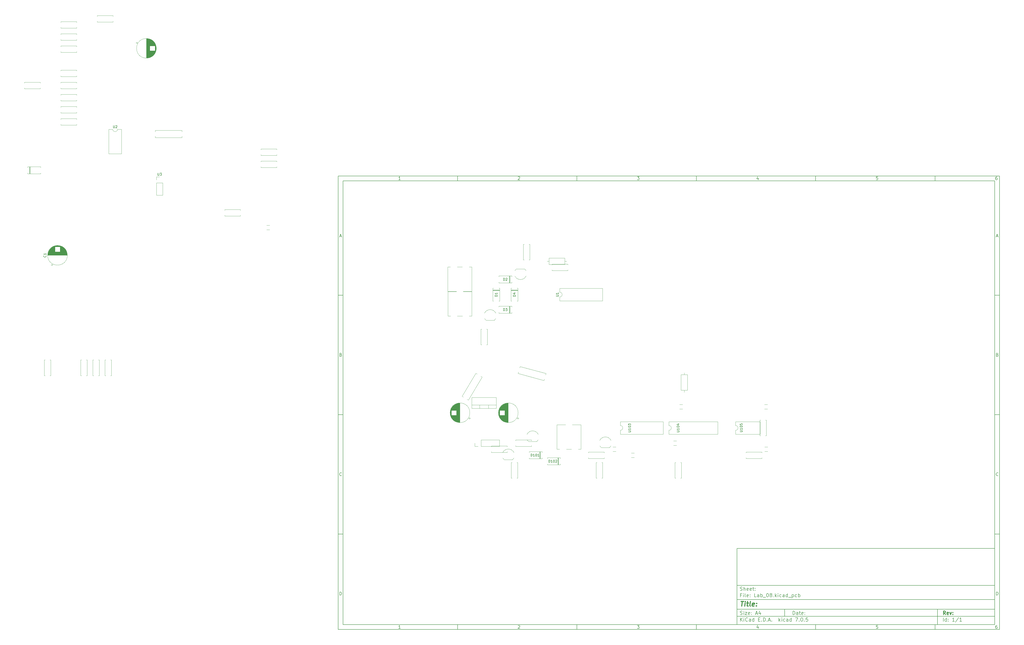
<source format=gbr>
%TF.GenerationSoftware,KiCad,Pcbnew,7.0.5*%
%TF.CreationDate,2024-03-20T11:13:37-04:00*%
%TF.ProjectId,Lab_08,4c61625f-3038-42e6-9b69-6361645f7063,rev?*%
%TF.SameCoordinates,Original*%
%TF.FileFunction,Legend,Top*%
%TF.FilePolarity,Positive*%
%FSLAX46Y46*%
G04 Gerber Fmt 4.6, Leading zero omitted, Abs format (unit mm)*
G04 Created by KiCad (PCBNEW 7.0.5) date 2024-03-20 11:13:37*
%MOMM*%
%LPD*%
G01*
G04 APERTURE LIST*
%ADD10C,0.100000*%
%ADD11C,0.150000*%
%ADD12C,0.300000*%
%ADD13C,0.400000*%
%ADD14C,0.120000*%
G04 APERTURE END LIST*
D10*
D11*
X177002200Y-166007200D02*
X285002200Y-166007200D01*
X285002200Y-198007200D01*
X177002200Y-198007200D01*
X177002200Y-166007200D01*
D10*
D11*
X10000000Y-10000000D02*
X287002200Y-10000000D01*
X287002200Y-200007200D01*
X10000000Y-200007200D01*
X10000000Y-10000000D01*
D10*
D11*
X12000000Y-12000000D02*
X285002200Y-12000000D01*
X285002200Y-198007200D01*
X12000000Y-198007200D01*
X12000000Y-12000000D01*
D10*
D11*
X60000000Y-12000000D02*
X60000000Y-10000000D01*
D10*
D11*
X110000000Y-12000000D02*
X110000000Y-10000000D01*
D10*
D11*
X160000000Y-12000000D02*
X160000000Y-10000000D01*
D10*
D11*
X210000000Y-12000000D02*
X210000000Y-10000000D01*
D10*
D11*
X260000000Y-12000000D02*
X260000000Y-10000000D01*
D10*
D11*
X36089160Y-11593604D02*
X35346303Y-11593604D01*
X35717731Y-11593604D02*
X35717731Y-10293604D01*
X35717731Y-10293604D02*
X35593922Y-10479319D01*
X35593922Y-10479319D02*
X35470112Y-10603128D01*
X35470112Y-10603128D02*
X35346303Y-10665033D01*
D10*
D11*
X85346303Y-10417414D02*
X85408207Y-10355509D01*
X85408207Y-10355509D02*
X85532017Y-10293604D01*
X85532017Y-10293604D02*
X85841541Y-10293604D01*
X85841541Y-10293604D02*
X85965350Y-10355509D01*
X85965350Y-10355509D02*
X86027255Y-10417414D01*
X86027255Y-10417414D02*
X86089160Y-10541223D01*
X86089160Y-10541223D02*
X86089160Y-10665033D01*
X86089160Y-10665033D02*
X86027255Y-10850747D01*
X86027255Y-10850747D02*
X85284398Y-11593604D01*
X85284398Y-11593604D02*
X86089160Y-11593604D01*
D10*
D11*
X135284398Y-10293604D02*
X136089160Y-10293604D01*
X136089160Y-10293604D02*
X135655826Y-10788842D01*
X135655826Y-10788842D02*
X135841541Y-10788842D01*
X135841541Y-10788842D02*
X135965350Y-10850747D01*
X135965350Y-10850747D02*
X136027255Y-10912652D01*
X136027255Y-10912652D02*
X136089160Y-11036461D01*
X136089160Y-11036461D02*
X136089160Y-11345985D01*
X136089160Y-11345985D02*
X136027255Y-11469795D01*
X136027255Y-11469795D02*
X135965350Y-11531700D01*
X135965350Y-11531700D02*
X135841541Y-11593604D01*
X135841541Y-11593604D02*
X135470112Y-11593604D01*
X135470112Y-11593604D02*
X135346303Y-11531700D01*
X135346303Y-11531700D02*
X135284398Y-11469795D01*
D10*
D11*
X185965350Y-10726938D02*
X185965350Y-11593604D01*
X185655826Y-10231700D02*
X185346303Y-11160271D01*
X185346303Y-11160271D02*
X186151064Y-11160271D01*
D10*
D11*
X236027255Y-10293604D02*
X235408207Y-10293604D01*
X235408207Y-10293604D02*
X235346303Y-10912652D01*
X235346303Y-10912652D02*
X235408207Y-10850747D01*
X235408207Y-10850747D02*
X235532017Y-10788842D01*
X235532017Y-10788842D02*
X235841541Y-10788842D01*
X235841541Y-10788842D02*
X235965350Y-10850747D01*
X235965350Y-10850747D02*
X236027255Y-10912652D01*
X236027255Y-10912652D02*
X236089160Y-11036461D01*
X236089160Y-11036461D02*
X236089160Y-11345985D01*
X236089160Y-11345985D02*
X236027255Y-11469795D01*
X236027255Y-11469795D02*
X235965350Y-11531700D01*
X235965350Y-11531700D02*
X235841541Y-11593604D01*
X235841541Y-11593604D02*
X235532017Y-11593604D01*
X235532017Y-11593604D02*
X235408207Y-11531700D01*
X235408207Y-11531700D02*
X235346303Y-11469795D01*
D10*
D11*
X285965350Y-10293604D02*
X285717731Y-10293604D01*
X285717731Y-10293604D02*
X285593922Y-10355509D01*
X285593922Y-10355509D02*
X285532017Y-10417414D01*
X285532017Y-10417414D02*
X285408207Y-10603128D01*
X285408207Y-10603128D02*
X285346303Y-10850747D01*
X285346303Y-10850747D02*
X285346303Y-11345985D01*
X285346303Y-11345985D02*
X285408207Y-11469795D01*
X285408207Y-11469795D02*
X285470112Y-11531700D01*
X285470112Y-11531700D02*
X285593922Y-11593604D01*
X285593922Y-11593604D02*
X285841541Y-11593604D01*
X285841541Y-11593604D02*
X285965350Y-11531700D01*
X285965350Y-11531700D02*
X286027255Y-11469795D01*
X286027255Y-11469795D02*
X286089160Y-11345985D01*
X286089160Y-11345985D02*
X286089160Y-11036461D01*
X286089160Y-11036461D02*
X286027255Y-10912652D01*
X286027255Y-10912652D02*
X285965350Y-10850747D01*
X285965350Y-10850747D02*
X285841541Y-10788842D01*
X285841541Y-10788842D02*
X285593922Y-10788842D01*
X285593922Y-10788842D02*
X285470112Y-10850747D01*
X285470112Y-10850747D02*
X285408207Y-10912652D01*
X285408207Y-10912652D02*
X285346303Y-11036461D01*
D10*
D11*
X60000000Y-198007200D02*
X60000000Y-200007200D01*
D10*
D11*
X110000000Y-198007200D02*
X110000000Y-200007200D01*
D10*
D11*
X160000000Y-198007200D02*
X160000000Y-200007200D01*
D10*
D11*
X210000000Y-198007200D02*
X210000000Y-200007200D01*
D10*
D11*
X260000000Y-198007200D02*
X260000000Y-200007200D01*
D10*
D11*
X36089160Y-199600804D02*
X35346303Y-199600804D01*
X35717731Y-199600804D02*
X35717731Y-198300804D01*
X35717731Y-198300804D02*
X35593922Y-198486519D01*
X35593922Y-198486519D02*
X35470112Y-198610328D01*
X35470112Y-198610328D02*
X35346303Y-198672233D01*
D10*
D11*
X85346303Y-198424614D02*
X85408207Y-198362709D01*
X85408207Y-198362709D02*
X85532017Y-198300804D01*
X85532017Y-198300804D02*
X85841541Y-198300804D01*
X85841541Y-198300804D02*
X85965350Y-198362709D01*
X85965350Y-198362709D02*
X86027255Y-198424614D01*
X86027255Y-198424614D02*
X86089160Y-198548423D01*
X86089160Y-198548423D02*
X86089160Y-198672233D01*
X86089160Y-198672233D02*
X86027255Y-198857947D01*
X86027255Y-198857947D02*
X85284398Y-199600804D01*
X85284398Y-199600804D02*
X86089160Y-199600804D01*
D10*
D11*
X135284398Y-198300804D02*
X136089160Y-198300804D01*
X136089160Y-198300804D02*
X135655826Y-198796042D01*
X135655826Y-198796042D02*
X135841541Y-198796042D01*
X135841541Y-198796042D02*
X135965350Y-198857947D01*
X135965350Y-198857947D02*
X136027255Y-198919852D01*
X136027255Y-198919852D02*
X136089160Y-199043661D01*
X136089160Y-199043661D02*
X136089160Y-199353185D01*
X136089160Y-199353185D02*
X136027255Y-199476995D01*
X136027255Y-199476995D02*
X135965350Y-199538900D01*
X135965350Y-199538900D02*
X135841541Y-199600804D01*
X135841541Y-199600804D02*
X135470112Y-199600804D01*
X135470112Y-199600804D02*
X135346303Y-199538900D01*
X135346303Y-199538900D02*
X135284398Y-199476995D01*
D10*
D11*
X185965350Y-198734138D02*
X185965350Y-199600804D01*
X185655826Y-198238900D02*
X185346303Y-199167471D01*
X185346303Y-199167471D02*
X186151064Y-199167471D01*
D10*
D11*
X236027255Y-198300804D02*
X235408207Y-198300804D01*
X235408207Y-198300804D02*
X235346303Y-198919852D01*
X235346303Y-198919852D02*
X235408207Y-198857947D01*
X235408207Y-198857947D02*
X235532017Y-198796042D01*
X235532017Y-198796042D02*
X235841541Y-198796042D01*
X235841541Y-198796042D02*
X235965350Y-198857947D01*
X235965350Y-198857947D02*
X236027255Y-198919852D01*
X236027255Y-198919852D02*
X236089160Y-199043661D01*
X236089160Y-199043661D02*
X236089160Y-199353185D01*
X236089160Y-199353185D02*
X236027255Y-199476995D01*
X236027255Y-199476995D02*
X235965350Y-199538900D01*
X235965350Y-199538900D02*
X235841541Y-199600804D01*
X235841541Y-199600804D02*
X235532017Y-199600804D01*
X235532017Y-199600804D02*
X235408207Y-199538900D01*
X235408207Y-199538900D02*
X235346303Y-199476995D01*
D10*
D11*
X285965350Y-198300804D02*
X285717731Y-198300804D01*
X285717731Y-198300804D02*
X285593922Y-198362709D01*
X285593922Y-198362709D02*
X285532017Y-198424614D01*
X285532017Y-198424614D02*
X285408207Y-198610328D01*
X285408207Y-198610328D02*
X285346303Y-198857947D01*
X285346303Y-198857947D02*
X285346303Y-199353185D01*
X285346303Y-199353185D02*
X285408207Y-199476995D01*
X285408207Y-199476995D02*
X285470112Y-199538900D01*
X285470112Y-199538900D02*
X285593922Y-199600804D01*
X285593922Y-199600804D02*
X285841541Y-199600804D01*
X285841541Y-199600804D02*
X285965350Y-199538900D01*
X285965350Y-199538900D02*
X286027255Y-199476995D01*
X286027255Y-199476995D02*
X286089160Y-199353185D01*
X286089160Y-199353185D02*
X286089160Y-199043661D01*
X286089160Y-199043661D02*
X286027255Y-198919852D01*
X286027255Y-198919852D02*
X285965350Y-198857947D01*
X285965350Y-198857947D02*
X285841541Y-198796042D01*
X285841541Y-198796042D02*
X285593922Y-198796042D01*
X285593922Y-198796042D02*
X285470112Y-198857947D01*
X285470112Y-198857947D02*
X285408207Y-198919852D01*
X285408207Y-198919852D02*
X285346303Y-199043661D01*
D10*
D11*
X10000000Y-60000000D02*
X12000000Y-60000000D01*
D10*
D11*
X10000000Y-110000000D02*
X12000000Y-110000000D01*
D10*
D11*
X10000000Y-160000000D02*
X12000000Y-160000000D01*
D10*
D11*
X10690476Y-35222176D02*
X11309523Y-35222176D01*
X10566666Y-35593604D02*
X10999999Y-34293604D01*
X10999999Y-34293604D02*
X11433333Y-35593604D01*
D10*
D11*
X11092857Y-84912652D02*
X11278571Y-84974557D01*
X11278571Y-84974557D02*
X11340476Y-85036461D01*
X11340476Y-85036461D02*
X11402380Y-85160271D01*
X11402380Y-85160271D02*
X11402380Y-85345985D01*
X11402380Y-85345985D02*
X11340476Y-85469795D01*
X11340476Y-85469795D02*
X11278571Y-85531700D01*
X11278571Y-85531700D02*
X11154761Y-85593604D01*
X11154761Y-85593604D02*
X10659523Y-85593604D01*
X10659523Y-85593604D02*
X10659523Y-84293604D01*
X10659523Y-84293604D02*
X11092857Y-84293604D01*
X11092857Y-84293604D02*
X11216666Y-84355509D01*
X11216666Y-84355509D02*
X11278571Y-84417414D01*
X11278571Y-84417414D02*
X11340476Y-84541223D01*
X11340476Y-84541223D02*
X11340476Y-84665033D01*
X11340476Y-84665033D02*
X11278571Y-84788842D01*
X11278571Y-84788842D02*
X11216666Y-84850747D01*
X11216666Y-84850747D02*
X11092857Y-84912652D01*
X11092857Y-84912652D02*
X10659523Y-84912652D01*
D10*
D11*
X11402380Y-135469795D02*
X11340476Y-135531700D01*
X11340476Y-135531700D02*
X11154761Y-135593604D01*
X11154761Y-135593604D02*
X11030952Y-135593604D01*
X11030952Y-135593604D02*
X10845238Y-135531700D01*
X10845238Y-135531700D02*
X10721428Y-135407890D01*
X10721428Y-135407890D02*
X10659523Y-135284080D01*
X10659523Y-135284080D02*
X10597619Y-135036461D01*
X10597619Y-135036461D02*
X10597619Y-134850747D01*
X10597619Y-134850747D02*
X10659523Y-134603128D01*
X10659523Y-134603128D02*
X10721428Y-134479319D01*
X10721428Y-134479319D02*
X10845238Y-134355509D01*
X10845238Y-134355509D02*
X11030952Y-134293604D01*
X11030952Y-134293604D02*
X11154761Y-134293604D01*
X11154761Y-134293604D02*
X11340476Y-134355509D01*
X11340476Y-134355509D02*
X11402380Y-134417414D01*
D10*
D11*
X10659523Y-185593604D02*
X10659523Y-184293604D01*
X10659523Y-184293604D02*
X10969047Y-184293604D01*
X10969047Y-184293604D02*
X11154761Y-184355509D01*
X11154761Y-184355509D02*
X11278571Y-184479319D01*
X11278571Y-184479319D02*
X11340476Y-184603128D01*
X11340476Y-184603128D02*
X11402380Y-184850747D01*
X11402380Y-184850747D02*
X11402380Y-185036461D01*
X11402380Y-185036461D02*
X11340476Y-185284080D01*
X11340476Y-185284080D02*
X11278571Y-185407890D01*
X11278571Y-185407890D02*
X11154761Y-185531700D01*
X11154761Y-185531700D02*
X10969047Y-185593604D01*
X10969047Y-185593604D02*
X10659523Y-185593604D01*
D10*
D11*
X287002200Y-60000000D02*
X285002200Y-60000000D01*
D10*
D11*
X287002200Y-110000000D02*
X285002200Y-110000000D01*
D10*
D11*
X287002200Y-160000000D02*
X285002200Y-160000000D01*
D10*
D11*
X285692676Y-35222176D02*
X286311723Y-35222176D01*
X285568866Y-35593604D02*
X286002199Y-34293604D01*
X286002199Y-34293604D02*
X286435533Y-35593604D01*
D10*
D11*
X286095057Y-84912652D02*
X286280771Y-84974557D01*
X286280771Y-84974557D02*
X286342676Y-85036461D01*
X286342676Y-85036461D02*
X286404580Y-85160271D01*
X286404580Y-85160271D02*
X286404580Y-85345985D01*
X286404580Y-85345985D02*
X286342676Y-85469795D01*
X286342676Y-85469795D02*
X286280771Y-85531700D01*
X286280771Y-85531700D02*
X286156961Y-85593604D01*
X286156961Y-85593604D02*
X285661723Y-85593604D01*
X285661723Y-85593604D02*
X285661723Y-84293604D01*
X285661723Y-84293604D02*
X286095057Y-84293604D01*
X286095057Y-84293604D02*
X286218866Y-84355509D01*
X286218866Y-84355509D02*
X286280771Y-84417414D01*
X286280771Y-84417414D02*
X286342676Y-84541223D01*
X286342676Y-84541223D02*
X286342676Y-84665033D01*
X286342676Y-84665033D02*
X286280771Y-84788842D01*
X286280771Y-84788842D02*
X286218866Y-84850747D01*
X286218866Y-84850747D02*
X286095057Y-84912652D01*
X286095057Y-84912652D02*
X285661723Y-84912652D01*
D10*
D11*
X286404580Y-135469795D02*
X286342676Y-135531700D01*
X286342676Y-135531700D02*
X286156961Y-135593604D01*
X286156961Y-135593604D02*
X286033152Y-135593604D01*
X286033152Y-135593604D02*
X285847438Y-135531700D01*
X285847438Y-135531700D02*
X285723628Y-135407890D01*
X285723628Y-135407890D02*
X285661723Y-135284080D01*
X285661723Y-135284080D02*
X285599819Y-135036461D01*
X285599819Y-135036461D02*
X285599819Y-134850747D01*
X285599819Y-134850747D02*
X285661723Y-134603128D01*
X285661723Y-134603128D02*
X285723628Y-134479319D01*
X285723628Y-134479319D02*
X285847438Y-134355509D01*
X285847438Y-134355509D02*
X286033152Y-134293604D01*
X286033152Y-134293604D02*
X286156961Y-134293604D01*
X286156961Y-134293604D02*
X286342676Y-134355509D01*
X286342676Y-134355509D02*
X286404580Y-134417414D01*
D10*
D11*
X285661723Y-185593604D02*
X285661723Y-184293604D01*
X285661723Y-184293604D02*
X285971247Y-184293604D01*
X285971247Y-184293604D02*
X286156961Y-184355509D01*
X286156961Y-184355509D02*
X286280771Y-184479319D01*
X286280771Y-184479319D02*
X286342676Y-184603128D01*
X286342676Y-184603128D02*
X286404580Y-184850747D01*
X286404580Y-184850747D02*
X286404580Y-185036461D01*
X286404580Y-185036461D02*
X286342676Y-185284080D01*
X286342676Y-185284080D02*
X286280771Y-185407890D01*
X286280771Y-185407890D02*
X286156961Y-185531700D01*
X286156961Y-185531700D02*
X285971247Y-185593604D01*
X285971247Y-185593604D02*
X285661723Y-185593604D01*
D10*
D11*
X200458026Y-193793328D02*
X200458026Y-192293328D01*
X200458026Y-192293328D02*
X200815169Y-192293328D01*
X200815169Y-192293328D02*
X201029455Y-192364757D01*
X201029455Y-192364757D02*
X201172312Y-192507614D01*
X201172312Y-192507614D02*
X201243741Y-192650471D01*
X201243741Y-192650471D02*
X201315169Y-192936185D01*
X201315169Y-192936185D02*
X201315169Y-193150471D01*
X201315169Y-193150471D02*
X201243741Y-193436185D01*
X201243741Y-193436185D02*
X201172312Y-193579042D01*
X201172312Y-193579042D02*
X201029455Y-193721900D01*
X201029455Y-193721900D02*
X200815169Y-193793328D01*
X200815169Y-193793328D02*
X200458026Y-193793328D01*
X202600884Y-193793328D02*
X202600884Y-193007614D01*
X202600884Y-193007614D02*
X202529455Y-192864757D01*
X202529455Y-192864757D02*
X202386598Y-192793328D01*
X202386598Y-192793328D02*
X202100884Y-192793328D01*
X202100884Y-192793328D02*
X201958026Y-192864757D01*
X202600884Y-193721900D02*
X202458026Y-193793328D01*
X202458026Y-193793328D02*
X202100884Y-193793328D01*
X202100884Y-193793328D02*
X201958026Y-193721900D01*
X201958026Y-193721900D02*
X201886598Y-193579042D01*
X201886598Y-193579042D02*
X201886598Y-193436185D01*
X201886598Y-193436185D02*
X201958026Y-193293328D01*
X201958026Y-193293328D02*
X202100884Y-193221900D01*
X202100884Y-193221900D02*
X202458026Y-193221900D01*
X202458026Y-193221900D02*
X202600884Y-193150471D01*
X203100884Y-192793328D02*
X203672312Y-192793328D01*
X203315169Y-192293328D02*
X203315169Y-193579042D01*
X203315169Y-193579042D02*
X203386598Y-193721900D01*
X203386598Y-193721900D02*
X203529455Y-193793328D01*
X203529455Y-193793328D02*
X203672312Y-193793328D01*
X204743741Y-193721900D02*
X204600884Y-193793328D01*
X204600884Y-193793328D02*
X204315170Y-193793328D01*
X204315170Y-193793328D02*
X204172312Y-193721900D01*
X204172312Y-193721900D02*
X204100884Y-193579042D01*
X204100884Y-193579042D02*
X204100884Y-193007614D01*
X204100884Y-193007614D02*
X204172312Y-192864757D01*
X204172312Y-192864757D02*
X204315170Y-192793328D01*
X204315170Y-192793328D02*
X204600884Y-192793328D01*
X204600884Y-192793328D02*
X204743741Y-192864757D01*
X204743741Y-192864757D02*
X204815170Y-193007614D01*
X204815170Y-193007614D02*
X204815170Y-193150471D01*
X204815170Y-193150471D02*
X204100884Y-193293328D01*
X205458026Y-193650471D02*
X205529455Y-193721900D01*
X205529455Y-193721900D02*
X205458026Y-193793328D01*
X205458026Y-193793328D02*
X205386598Y-193721900D01*
X205386598Y-193721900D02*
X205458026Y-193650471D01*
X205458026Y-193650471D02*
X205458026Y-193793328D01*
X205458026Y-192864757D02*
X205529455Y-192936185D01*
X205529455Y-192936185D02*
X205458026Y-193007614D01*
X205458026Y-193007614D02*
X205386598Y-192936185D01*
X205386598Y-192936185D02*
X205458026Y-192864757D01*
X205458026Y-192864757D02*
X205458026Y-193007614D01*
D10*
D11*
X177002200Y-194507200D02*
X285002200Y-194507200D01*
D10*
D11*
X178458026Y-196593328D02*
X178458026Y-195093328D01*
X179315169Y-196593328D02*
X178672312Y-195736185D01*
X179315169Y-195093328D02*
X178458026Y-195950471D01*
X179958026Y-196593328D02*
X179958026Y-195593328D01*
X179958026Y-195093328D02*
X179886598Y-195164757D01*
X179886598Y-195164757D02*
X179958026Y-195236185D01*
X179958026Y-195236185D02*
X180029455Y-195164757D01*
X180029455Y-195164757D02*
X179958026Y-195093328D01*
X179958026Y-195093328D02*
X179958026Y-195236185D01*
X181529455Y-196450471D02*
X181458027Y-196521900D01*
X181458027Y-196521900D02*
X181243741Y-196593328D01*
X181243741Y-196593328D02*
X181100884Y-196593328D01*
X181100884Y-196593328D02*
X180886598Y-196521900D01*
X180886598Y-196521900D02*
X180743741Y-196379042D01*
X180743741Y-196379042D02*
X180672312Y-196236185D01*
X180672312Y-196236185D02*
X180600884Y-195950471D01*
X180600884Y-195950471D02*
X180600884Y-195736185D01*
X180600884Y-195736185D02*
X180672312Y-195450471D01*
X180672312Y-195450471D02*
X180743741Y-195307614D01*
X180743741Y-195307614D02*
X180886598Y-195164757D01*
X180886598Y-195164757D02*
X181100884Y-195093328D01*
X181100884Y-195093328D02*
X181243741Y-195093328D01*
X181243741Y-195093328D02*
X181458027Y-195164757D01*
X181458027Y-195164757D02*
X181529455Y-195236185D01*
X182815170Y-196593328D02*
X182815170Y-195807614D01*
X182815170Y-195807614D02*
X182743741Y-195664757D01*
X182743741Y-195664757D02*
X182600884Y-195593328D01*
X182600884Y-195593328D02*
X182315170Y-195593328D01*
X182315170Y-195593328D02*
X182172312Y-195664757D01*
X182815170Y-196521900D02*
X182672312Y-196593328D01*
X182672312Y-196593328D02*
X182315170Y-196593328D01*
X182315170Y-196593328D02*
X182172312Y-196521900D01*
X182172312Y-196521900D02*
X182100884Y-196379042D01*
X182100884Y-196379042D02*
X182100884Y-196236185D01*
X182100884Y-196236185D02*
X182172312Y-196093328D01*
X182172312Y-196093328D02*
X182315170Y-196021900D01*
X182315170Y-196021900D02*
X182672312Y-196021900D01*
X182672312Y-196021900D02*
X182815170Y-195950471D01*
X184172313Y-196593328D02*
X184172313Y-195093328D01*
X184172313Y-196521900D02*
X184029455Y-196593328D01*
X184029455Y-196593328D02*
X183743741Y-196593328D01*
X183743741Y-196593328D02*
X183600884Y-196521900D01*
X183600884Y-196521900D02*
X183529455Y-196450471D01*
X183529455Y-196450471D02*
X183458027Y-196307614D01*
X183458027Y-196307614D02*
X183458027Y-195879042D01*
X183458027Y-195879042D02*
X183529455Y-195736185D01*
X183529455Y-195736185D02*
X183600884Y-195664757D01*
X183600884Y-195664757D02*
X183743741Y-195593328D01*
X183743741Y-195593328D02*
X184029455Y-195593328D01*
X184029455Y-195593328D02*
X184172313Y-195664757D01*
X186029455Y-195807614D02*
X186529455Y-195807614D01*
X186743741Y-196593328D02*
X186029455Y-196593328D01*
X186029455Y-196593328D02*
X186029455Y-195093328D01*
X186029455Y-195093328D02*
X186743741Y-195093328D01*
X187386598Y-196450471D02*
X187458027Y-196521900D01*
X187458027Y-196521900D02*
X187386598Y-196593328D01*
X187386598Y-196593328D02*
X187315170Y-196521900D01*
X187315170Y-196521900D02*
X187386598Y-196450471D01*
X187386598Y-196450471D02*
X187386598Y-196593328D01*
X188100884Y-196593328D02*
X188100884Y-195093328D01*
X188100884Y-195093328D02*
X188458027Y-195093328D01*
X188458027Y-195093328D02*
X188672313Y-195164757D01*
X188672313Y-195164757D02*
X188815170Y-195307614D01*
X188815170Y-195307614D02*
X188886599Y-195450471D01*
X188886599Y-195450471D02*
X188958027Y-195736185D01*
X188958027Y-195736185D02*
X188958027Y-195950471D01*
X188958027Y-195950471D02*
X188886599Y-196236185D01*
X188886599Y-196236185D02*
X188815170Y-196379042D01*
X188815170Y-196379042D02*
X188672313Y-196521900D01*
X188672313Y-196521900D02*
X188458027Y-196593328D01*
X188458027Y-196593328D02*
X188100884Y-196593328D01*
X189600884Y-196450471D02*
X189672313Y-196521900D01*
X189672313Y-196521900D02*
X189600884Y-196593328D01*
X189600884Y-196593328D02*
X189529456Y-196521900D01*
X189529456Y-196521900D02*
X189600884Y-196450471D01*
X189600884Y-196450471D02*
X189600884Y-196593328D01*
X190243742Y-196164757D02*
X190958028Y-196164757D01*
X190100885Y-196593328D02*
X190600885Y-195093328D01*
X190600885Y-195093328D02*
X191100885Y-196593328D01*
X191600884Y-196450471D02*
X191672313Y-196521900D01*
X191672313Y-196521900D02*
X191600884Y-196593328D01*
X191600884Y-196593328D02*
X191529456Y-196521900D01*
X191529456Y-196521900D02*
X191600884Y-196450471D01*
X191600884Y-196450471D02*
X191600884Y-196593328D01*
X194600884Y-196593328D02*
X194600884Y-195093328D01*
X194743742Y-196021900D02*
X195172313Y-196593328D01*
X195172313Y-195593328D02*
X194600884Y-196164757D01*
X195815170Y-196593328D02*
X195815170Y-195593328D01*
X195815170Y-195093328D02*
X195743742Y-195164757D01*
X195743742Y-195164757D02*
X195815170Y-195236185D01*
X195815170Y-195236185D02*
X195886599Y-195164757D01*
X195886599Y-195164757D02*
X195815170Y-195093328D01*
X195815170Y-195093328D02*
X195815170Y-195236185D01*
X197172314Y-196521900D02*
X197029456Y-196593328D01*
X197029456Y-196593328D02*
X196743742Y-196593328D01*
X196743742Y-196593328D02*
X196600885Y-196521900D01*
X196600885Y-196521900D02*
X196529456Y-196450471D01*
X196529456Y-196450471D02*
X196458028Y-196307614D01*
X196458028Y-196307614D02*
X196458028Y-195879042D01*
X196458028Y-195879042D02*
X196529456Y-195736185D01*
X196529456Y-195736185D02*
X196600885Y-195664757D01*
X196600885Y-195664757D02*
X196743742Y-195593328D01*
X196743742Y-195593328D02*
X197029456Y-195593328D01*
X197029456Y-195593328D02*
X197172314Y-195664757D01*
X198458028Y-196593328D02*
X198458028Y-195807614D01*
X198458028Y-195807614D02*
X198386599Y-195664757D01*
X198386599Y-195664757D02*
X198243742Y-195593328D01*
X198243742Y-195593328D02*
X197958028Y-195593328D01*
X197958028Y-195593328D02*
X197815170Y-195664757D01*
X198458028Y-196521900D02*
X198315170Y-196593328D01*
X198315170Y-196593328D02*
X197958028Y-196593328D01*
X197958028Y-196593328D02*
X197815170Y-196521900D01*
X197815170Y-196521900D02*
X197743742Y-196379042D01*
X197743742Y-196379042D02*
X197743742Y-196236185D01*
X197743742Y-196236185D02*
X197815170Y-196093328D01*
X197815170Y-196093328D02*
X197958028Y-196021900D01*
X197958028Y-196021900D02*
X198315170Y-196021900D01*
X198315170Y-196021900D02*
X198458028Y-195950471D01*
X199815171Y-196593328D02*
X199815171Y-195093328D01*
X199815171Y-196521900D02*
X199672313Y-196593328D01*
X199672313Y-196593328D02*
X199386599Y-196593328D01*
X199386599Y-196593328D02*
X199243742Y-196521900D01*
X199243742Y-196521900D02*
X199172313Y-196450471D01*
X199172313Y-196450471D02*
X199100885Y-196307614D01*
X199100885Y-196307614D02*
X199100885Y-195879042D01*
X199100885Y-195879042D02*
X199172313Y-195736185D01*
X199172313Y-195736185D02*
X199243742Y-195664757D01*
X199243742Y-195664757D02*
X199386599Y-195593328D01*
X199386599Y-195593328D02*
X199672313Y-195593328D01*
X199672313Y-195593328D02*
X199815171Y-195664757D01*
X201529456Y-195093328D02*
X202529456Y-195093328D01*
X202529456Y-195093328D02*
X201886599Y-196593328D01*
X203100884Y-196450471D02*
X203172313Y-196521900D01*
X203172313Y-196521900D02*
X203100884Y-196593328D01*
X203100884Y-196593328D02*
X203029456Y-196521900D01*
X203029456Y-196521900D02*
X203100884Y-196450471D01*
X203100884Y-196450471D02*
X203100884Y-196593328D01*
X204100885Y-195093328D02*
X204243742Y-195093328D01*
X204243742Y-195093328D02*
X204386599Y-195164757D01*
X204386599Y-195164757D02*
X204458028Y-195236185D01*
X204458028Y-195236185D02*
X204529456Y-195379042D01*
X204529456Y-195379042D02*
X204600885Y-195664757D01*
X204600885Y-195664757D02*
X204600885Y-196021900D01*
X204600885Y-196021900D02*
X204529456Y-196307614D01*
X204529456Y-196307614D02*
X204458028Y-196450471D01*
X204458028Y-196450471D02*
X204386599Y-196521900D01*
X204386599Y-196521900D02*
X204243742Y-196593328D01*
X204243742Y-196593328D02*
X204100885Y-196593328D01*
X204100885Y-196593328D02*
X203958028Y-196521900D01*
X203958028Y-196521900D02*
X203886599Y-196450471D01*
X203886599Y-196450471D02*
X203815170Y-196307614D01*
X203815170Y-196307614D02*
X203743742Y-196021900D01*
X203743742Y-196021900D02*
X203743742Y-195664757D01*
X203743742Y-195664757D02*
X203815170Y-195379042D01*
X203815170Y-195379042D02*
X203886599Y-195236185D01*
X203886599Y-195236185D02*
X203958028Y-195164757D01*
X203958028Y-195164757D02*
X204100885Y-195093328D01*
X205243741Y-196450471D02*
X205315170Y-196521900D01*
X205315170Y-196521900D02*
X205243741Y-196593328D01*
X205243741Y-196593328D02*
X205172313Y-196521900D01*
X205172313Y-196521900D02*
X205243741Y-196450471D01*
X205243741Y-196450471D02*
X205243741Y-196593328D01*
X206672313Y-195093328D02*
X205958027Y-195093328D01*
X205958027Y-195093328D02*
X205886599Y-195807614D01*
X205886599Y-195807614D02*
X205958027Y-195736185D01*
X205958027Y-195736185D02*
X206100885Y-195664757D01*
X206100885Y-195664757D02*
X206458027Y-195664757D01*
X206458027Y-195664757D02*
X206600885Y-195736185D01*
X206600885Y-195736185D02*
X206672313Y-195807614D01*
X206672313Y-195807614D02*
X206743742Y-195950471D01*
X206743742Y-195950471D02*
X206743742Y-196307614D01*
X206743742Y-196307614D02*
X206672313Y-196450471D01*
X206672313Y-196450471D02*
X206600885Y-196521900D01*
X206600885Y-196521900D02*
X206458027Y-196593328D01*
X206458027Y-196593328D02*
X206100885Y-196593328D01*
X206100885Y-196593328D02*
X205958027Y-196521900D01*
X205958027Y-196521900D02*
X205886599Y-196450471D01*
D10*
D11*
X177002200Y-191507200D02*
X285002200Y-191507200D01*
D10*
D12*
X264413853Y-193785528D02*
X263913853Y-193071242D01*
X263556710Y-193785528D02*
X263556710Y-192285528D01*
X263556710Y-192285528D02*
X264128139Y-192285528D01*
X264128139Y-192285528D02*
X264270996Y-192356957D01*
X264270996Y-192356957D02*
X264342425Y-192428385D01*
X264342425Y-192428385D02*
X264413853Y-192571242D01*
X264413853Y-192571242D02*
X264413853Y-192785528D01*
X264413853Y-192785528D02*
X264342425Y-192928385D01*
X264342425Y-192928385D02*
X264270996Y-192999814D01*
X264270996Y-192999814D02*
X264128139Y-193071242D01*
X264128139Y-193071242D02*
X263556710Y-193071242D01*
X265628139Y-193714100D02*
X265485282Y-193785528D01*
X265485282Y-193785528D02*
X265199568Y-193785528D01*
X265199568Y-193785528D02*
X265056710Y-193714100D01*
X265056710Y-193714100D02*
X264985282Y-193571242D01*
X264985282Y-193571242D02*
X264985282Y-192999814D01*
X264985282Y-192999814D02*
X265056710Y-192856957D01*
X265056710Y-192856957D02*
X265199568Y-192785528D01*
X265199568Y-192785528D02*
X265485282Y-192785528D01*
X265485282Y-192785528D02*
X265628139Y-192856957D01*
X265628139Y-192856957D02*
X265699568Y-192999814D01*
X265699568Y-192999814D02*
X265699568Y-193142671D01*
X265699568Y-193142671D02*
X264985282Y-193285528D01*
X266199567Y-192785528D02*
X266556710Y-193785528D01*
X266556710Y-193785528D02*
X266913853Y-192785528D01*
X267485281Y-193642671D02*
X267556710Y-193714100D01*
X267556710Y-193714100D02*
X267485281Y-193785528D01*
X267485281Y-193785528D02*
X267413853Y-193714100D01*
X267413853Y-193714100D02*
X267485281Y-193642671D01*
X267485281Y-193642671D02*
X267485281Y-193785528D01*
X267485281Y-192856957D02*
X267556710Y-192928385D01*
X267556710Y-192928385D02*
X267485281Y-192999814D01*
X267485281Y-192999814D02*
X267413853Y-192928385D01*
X267413853Y-192928385D02*
X267485281Y-192856957D01*
X267485281Y-192856957D02*
X267485281Y-192999814D01*
D10*
D11*
X178386598Y-193721900D02*
X178600884Y-193793328D01*
X178600884Y-193793328D02*
X178958026Y-193793328D01*
X178958026Y-193793328D02*
X179100884Y-193721900D01*
X179100884Y-193721900D02*
X179172312Y-193650471D01*
X179172312Y-193650471D02*
X179243741Y-193507614D01*
X179243741Y-193507614D02*
X179243741Y-193364757D01*
X179243741Y-193364757D02*
X179172312Y-193221900D01*
X179172312Y-193221900D02*
X179100884Y-193150471D01*
X179100884Y-193150471D02*
X178958026Y-193079042D01*
X178958026Y-193079042D02*
X178672312Y-193007614D01*
X178672312Y-193007614D02*
X178529455Y-192936185D01*
X178529455Y-192936185D02*
X178458026Y-192864757D01*
X178458026Y-192864757D02*
X178386598Y-192721900D01*
X178386598Y-192721900D02*
X178386598Y-192579042D01*
X178386598Y-192579042D02*
X178458026Y-192436185D01*
X178458026Y-192436185D02*
X178529455Y-192364757D01*
X178529455Y-192364757D02*
X178672312Y-192293328D01*
X178672312Y-192293328D02*
X179029455Y-192293328D01*
X179029455Y-192293328D02*
X179243741Y-192364757D01*
X179886597Y-193793328D02*
X179886597Y-192793328D01*
X179886597Y-192293328D02*
X179815169Y-192364757D01*
X179815169Y-192364757D02*
X179886597Y-192436185D01*
X179886597Y-192436185D02*
X179958026Y-192364757D01*
X179958026Y-192364757D02*
X179886597Y-192293328D01*
X179886597Y-192293328D02*
X179886597Y-192436185D01*
X180458026Y-192793328D02*
X181243741Y-192793328D01*
X181243741Y-192793328D02*
X180458026Y-193793328D01*
X180458026Y-193793328D02*
X181243741Y-193793328D01*
X182386598Y-193721900D02*
X182243741Y-193793328D01*
X182243741Y-193793328D02*
X181958027Y-193793328D01*
X181958027Y-193793328D02*
X181815169Y-193721900D01*
X181815169Y-193721900D02*
X181743741Y-193579042D01*
X181743741Y-193579042D02*
X181743741Y-193007614D01*
X181743741Y-193007614D02*
X181815169Y-192864757D01*
X181815169Y-192864757D02*
X181958027Y-192793328D01*
X181958027Y-192793328D02*
X182243741Y-192793328D01*
X182243741Y-192793328D02*
X182386598Y-192864757D01*
X182386598Y-192864757D02*
X182458027Y-193007614D01*
X182458027Y-193007614D02*
X182458027Y-193150471D01*
X182458027Y-193150471D02*
X181743741Y-193293328D01*
X183100883Y-193650471D02*
X183172312Y-193721900D01*
X183172312Y-193721900D02*
X183100883Y-193793328D01*
X183100883Y-193793328D02*
X183029455Y-193721900D01*
X183029455Y-193721900D02*
X183100883Y-193650471D01*
X183100883Y-193650471D02*
X183100883Y-193793328D01*
X183100883Y-192864757D02*
X183172312Y-192936185D01*
X183172312Y-192936185D02*
X183100883Y-193007614D01*
X183100883Y-193007614D02*
X183029455Y-192936185D01*
X183029455Y-192936185D02*
X183100883Y-192864757D01*
X183100883Y-192864757D02*
X183100883Y-193007614D01*
X184886598Y-193364757D02*
X185600884Y-193364757D01*
X184743741Y-193793328D02*
X185243741Y-192293328D01*
X185243741Y-192293328D02*
X185743741Y-193793328D01*
X186886598Y-192793328D02*
X186886598Y-193793328D01*
X186529455Y-192221900D02*
X186172312Y-193293328D01*
X186172312Y-193293328D02*
X187100883Y-193293328D01*
D10*
D11*
X263458026Y-196593328D02*
X263458026Y-195093328D01*
X264815170Y-196593328D02*
X264815170Y-195093328D01*
X264815170Y-196521900D02*
X264672312Y-196593328D01*
X264672312Y-196593328D02*
X264386598Y-196593328D01*
X264386598Y-196593328D02*
X264243741Y-196521900D01*
X264243741Y-196521900D02*
X264172312Y-196450471D01*
X264172312Y-196450471D02*
X264100884Y-196307614D01*
X264100884Y-196307614D02*
X264100884Y-195879042D01*
X264100884Y-195879042D02*
X264172312Y-195736185D01*
X264172312Y-195736185D02*
X264243741Y-195664757D01*
X264243741Y-195664757D02*
X264386598Y-195593328D01*
X264386598Y-195593328D02*
X264672312Y-195593328D01*
X264672312Y-195593328D02*
X264815170Y-195664757D01*
X265529455Y-196450471D02*
X265600884Y-196521900D01*
X265600884Y-196521900D02*
X265529455Y-196593328D01*
X265529455Y-196593328D02*
X265458027Y-196521900D01*
X265458027Y-196521900D02*
X265529455Y-196450471D01*
X265529455Y-196450471D02*
X265529455Y-196593328D01*
X265529455Y-195664757D02*
X265600884Y-195736185D01*
X265600884Y-195736185D02*
X265529455Y-195807614D01*
X265529455Y-195807614D02*
X265458027Y-195736185D01*
X265458027Y-195736185D02*
X265529455Y-195664757D01*
X265529455Y-195664757D02*
X265529455Y-195807614D01*
X268172313Y-196593328D02*
X267315170Y-196593328D01*
X267743741Y-196593328D02*
X267743741Y-195093328D01*
X267743741Y-195093328D02*
X267600884Y-195307614D01*
X267600884Y-195307614D02*
X267458027Y-195450471D01*
X267458027Y-195450471D02*
X267315170Y-195521900D01*
X269886598Y-195021900D02*
X268600884Y-196950471D01*
X271172313Y-196593328D02*
X270315170Y-196593328D01*
X270743741Y-196593328D02*
X270743741Y-195093328D01*
X270743741Y-195093328D02*
X270600884Y-195307614D01*
X270600884Y-195307614D02*
X270458027Y-195450471D01*
X270458027Y-195450471D02*
X270315170Y-195521900D01*
D10*
D11*
X177002200Y-187507200D02*
X285002200Y-187507200D01*
D10*
D13*
X178693928Y-188211638D02*
X179836785Y-188211638D01*
X179015357Y-190211638D02*
X179265357Y-188211638D01*
X180253452Y-190211638D02*
X180420119Y-188878304D01*
X180503452Y-188211638D02*
X180396309Y-188306876D01*
X180396309Y-188306876D02*
X180479643Y-188402114D01*
X180479643Y-188402114D02*
X180586786Y-188306876D01*
X180586786Y-188306876D02*
X180503452Y-188211638D01*
X180503452Y-188211638D02*
X180479643Y-188402114D01*
X181086786Y-188878304D02*
X181848690Y-188878304D01*
X181455833Y-188211638D02*
X181241548Y-189925923D01*
X181241548Y-189925923D02*
X181312976Y-190116400D01*
X181312976Y-190116400D02*
X181491548Y-190211638D01*
X181491548Y-190211638D02*
X181682024Y-190211638D01*
X182634405Y-190211638D02*
X182455833Y-190116400D01*
X182455833Y-190116400D02*
X182384405Y-189925923D01*
X182384405Y-189925923D02*
X182598690Y-188211638D01*
X184170119Y-190116400D02*
X183967738Y-190211638D01*
X183967738Y-190211638D02*
X183586785Y-190211638D01*
X183586785Y-190211638D02*
X183408214Y-190116400D01*
X183408214Y-190116400D02*
X183336785Y-189925923D01*
X183336785Y-189925923D02*
X183432024Y-189164019D01*
X183432024Y-189164019D02*
X183551071Y-188973542D01*
X183551071Y-188973542D02*
X183753452Y-188878304D01*
X183753452Y-188878304D02*
X184134404Y-188878304D01*
X184134404Y-188878304D02*
X184312976Y-188973542D01*
X184312976Y-188973542D02*
X184384404Y-189164019D01*
X184384404Y-189164019D02*
X184360595Y-189354495D01*
X184360595Y-189354495D02*
X183384404Y-189544971D01*
X185134405Y-190021161D02*
X185217738Y-190116400D01*
X185217738Y-190116400D02*
X185110595Y-190211638D01*
X185110595Y-190211638D02*
X185027262Y-190116400D01*
X185027262Y-190116400D02*
X185134405Y-190021161D01*
X185134405Y-190021161D02*
X185110595Y-190211638D01*
X185265357Y-188973542D02*
X185348690Y-189068780D01*
X185348690Y-189068780D02*
X185241548Y-189164019D01*
X185241548Y-189164019D02*
X185158214Y-189068780D01*
X185158214Y-189068780D02*
X185265357Y-188973542D01*
X185265357Y-188973542D02*
X185241548Y-189164019D01*
D10*
D11*
X178958026Y-185607614D02*
X178458026Y-185607614D01*
X178458026Y-186393328D02*
X178458026Y-184893328D01*
X178458026Y-184893328D02*
X179172312Y-184893328D01*
X179743740Y-186393328D02*
X179743740Y-185393328D01*
X179743740Y-184893328D02*
X179672312Y-184964757D01*
X179672312Y-184964757D02*
X179743740Y-185036185D01*
X179743740Y-185036185D02*
X179815169Y-184964757D01*
X179815169Y-184964757D02*
X179743740Y-184893328D01*
X179743740Y-184893328D02*
X179743740Y-185036185D01*
X180672312Y-186393328D02*
X180529455Y-186321900D01*
X180529455Y-186321900D02*
X180458026Y-186179042D01*
X180458026Y-186179042D02*
X180458026Y-184893328D01*
X181815169Y-186321900D02*
X181672312Y-186393328D01*
X181672312Y-186393328D02*
X181386598Y-186393328D01*
X181386598Y-186393328D02*
X181243740Y-186321900D01*
X181243740Y-186321900D02*
X181172312Y-186179042D01*
X181172312Y-186179042D02*
X181172312Y-185607614D01*
X181172312Y-185607614D02*
X181243740Y-185464757D01*
X181243740Y-185464757D02*
X181386598Y-185393328D01*
X181386598Y-185393328D02*
X181672312Y-185393328D01*
X181672312Y-185393328D02*
X181815169Y-185464757D01*
X181815169Y-185464757D02*
X181886598Y-185607614D01*
X181886598Y-185607614D02*
X181886598Y-185750471D01*
X181886598Y-185750471D02*
X181172312Y-185893328D01*
X182529454Y-186250471D02*
X182600883Y-186321900D01*
X182600883Y-186321900D02*
X182529454Y-186393328D01*
X182529454Y-186393328D02*
X182458026Y-186321900D01*
X182458026Y-186321900D02*
X182529454Y-186250471D01*
X182529454Y-186250471D02*
X182529454Y-186393328D01*
X182529454Y-185464757D02*
X182600883Y-185536185D01*
X182600883Y-185536185D02*
X182529454Y-185607614D01*
X182529454Y-185607614D02*
X182458026Y-185536185D01*
X182458026Y-185536185D02*
X182529454Y-185464757D01*
X182529454Y-185464757D02*
X182529454Y-185607614D01*
X185100883Y-186393328D02*
X184386597Y-186393328D01*
X184386597Y-186393328D02*
X184386597Y-184893328D01*
X186243741Y-186393328D02*
X186243741Y-185607614D01*
X186243741Y-185607614D02*
X186172312Y-185464757D01*
X186172312Y-185464757D02*
X186029455Y-185393328D01*
X186029455Y-185393328D02*
X185743741Y-185393328D01*
X185743741Y-185393328D02*
X185600883Y-185464757D01*
X186243741Y-186321900D02*
X186100883Y-186393328D01*
X186100883Y-186393328D02*
X185743741Y-186393328D01*
X185743741Y-186393328D02*
X185600883Y-186321900D01*
X185600883Y-186321900D02*
X185529455Y-186179042D01*
X185529455Y-186179042D02*
X185529455Y-186036185D01*
X185529455Y-186036185D02*
X185600883Y-185893328D01*
X185600883Y-185893328D02*
X185743741Y-185821900D01*
X185743741Y-185821900D02*
X186100883Y-185821900D01*
X186100883Y-185821900D02*
X186243741Y-185750471D01*
X186958026Y-186393328D02*
X186958026Y-184893328D01*
X186958026Y-185464757D02*
X187100884Y-185393328D01*
X187100884Y-185393328D02*
X187386598Y-185393328D01*
X187386598Y-185393328D02*
X187529455Y-185464757D01*
X187529455Y-185464757D02*
X187600884Y-185536185D01*
X187600884Y-185536185D02*
X187672312Y-185679042D01*
X187672312Y-185679042D02*
X187672312Y-186107614D01*
X187672312Y-186107614D02*
X187600884Y-186250471D01*
X187600884Y-186250471D02*
X187529455Y-186321900D01*
X187529455Y-186321900D02*
X187386598Y-186393328D01*
X187386598Y-186393328D02*
X187100884Y-186393328D01*
X187100884Y-186393328D02*
X186958026Y-186321900D01*
X187958027Y-186536185D02*
X189100884Y-186536185D01*
X189743741Y-184893328D02*
X189886598Y-184893328D01*
X189886598Y-184893328D02*
X190029455Y-184964757D01*
X190029455Y-184964757D02*
X190100884Y-185036185D01*
X190100884Y-185036185D02*
X190172312Y-185179042D01*
X190172312Y-185179042D02*
X190243741Y-185464757D01*
X190243741Y-185464757D02*
X190243741Y-185821900D01*
X190243741Y-185821900D02*
X190172312Y-186107614D01*
X190172312Y-186107614D02*
X190100884Y-186250471D01*
X190100884Y-186250471D02*
X190029455Y-186321900D01*
X190029455Y-186321900D02*
X189886598Y-186393328D01*
X189886598Y-186393328D02*
X189743741Y-186393328D01*
X189743741Y-186393328D02*
X189600884Y-186321900D01*
X189600884Y-186321900D02*
X189529455Y-186250471D01*
X189529455Y-186250471D02*
X189458026Y-186107614D01*
X189458026Y-186107614D02*
X189386598Y-185821900D01*
X189386598Y-185821900D02*
X189386598Y-185464757D01*
X189386598Y-185464757D02*
X189458026Y-185179042D01*
X189458026Y-185179042D02*
X189529455Y-185036185D01*
X189529455Y-185036185D02*
X189600884Y-184964757D01*
X189600884Y-184964757D02*
X189743741Y-184893328D01*
X191100883Y-185536185D02*
X190958026Y-185464757D01*
X190958026Y-185464757D02*
X190886597Y-185393328D01*
X190886597Y-185393328D02*
X190815169Y-185250471D01*
X190815169Y-185250471D02*
X190815169Y-185179042D01*
X190815169Y-185179042D02*
X190886597Y-185036185D01*
X190886597Y-185036185D02*
X190958026Y-184964757D01*
X190958026Y-184964757D02*
X191100883Y-184893328D01*
X191100883Y-184893328D02*
X191386597Y-184893328D01*
X191386597Y-184893328D02*
X191529455Y-184964757D01*
X191529455Y-184964757D02*
X191600883Y-185036185D01*
X191600883Y-185036185D02*
X191672312Y-185179042D01*
X191672312Y-185179042D02*
X191672312Y-185250471D01*
X191672312Y-185250471D02*
X191600883Y-185393328D01*
X191600883Y-185393328D02*
X191529455Y-185464757D01*
X191529455Y-185464757D02*
X191386597Y-185536185D01*
X191386597Y-185536185D02*
X191100883Y-185536185D01*
X191100883Y-185536185D02*
X190958026Y-185607614D01*
X190958026Y-185607614D02*
X190886597Y-185679042D01*
X190886597Y-185679042D02*
X190815169Y-185821900D01*
X190815169Y-185821900D02*
X190815169Y-186107614D01*
X190815169Y-186107614D02*
X190886597Y-186250471D01*
X190886597Y-186250471D02*
X190958026Y-186321900D01*
X190958026Y-186321900D02*
X191100883Y-186393328D01*
X191100883Y-186393328D02*
X191386597Y-186393328D01*
X191386597Y-186393328D02*
X191529455Y-186321900D01*
X191529455Y-186321900D02*
X191600883Y-186250471D01*
X191600883Y-186250471D02*
X191672312Y-186107614D01*
X191672312Y-186107614D02*
X191672312Y-185821900D01*
X191672312Y-185821900D02*
X191600883Y-185679042D01*
X191600883Y-185679042D02*
X191529455Y-185607614D01*
X191529455Y-185607614D02*
X191386597Y-185536185D01*
X192315168Y-186250471D02*
X192386597Y-186321900D01*
X192386597Y-186321900D02*
X192315168Y-186393328D01*
X192315168Y-186393328D02*
X192243740Y-186321900D01*
X192243740Y-186321900D02*
X192315168Y-186250471D01*
X192315168Y-186250471D02*
X192315168Y-186393328D01*
X193029454Y-186393328D02*
X193029454Y-184893328D01*
X193172312Y-185821900D02*
X193600883Y-186393328D01*
X193600883Y-185393328D02*
X193029454Y-185964757D01*
X194243740Y-186393328D02*
X194243740Y-185393328D01*
X194243740Y-184893328D02*
X194172312Y-184964757D01*
X194172312Y-184964757D02*
X194243740Y-185036185D01*
X194243740Y-185036185D02*
X194315169Y-184964757D01*
X194315169Y-184964757D02*
X194243740Y-184893328D01*
X194243740Y-184893328D02*
X194243740Y-185036185D01*
X195600884Y-186321900D02*
X195458026Y-186393328D01*
X195458026Y-186393328D02*
X195172312Y-186393328D01*
X195172312Y-186393328D02*
X195029455Y-186321900D01*
X195029455Y-186321900D02*
X194958026Y-186250471D01*
X194958026Y-186250471D02*
X194886598Y-186107614D01*
X194886598Y-186107614D02*
X194886598Y-185679042D01*
X194886598Y-185679042D02*
X194958026Y-185536185D01*
X194958026Y-185536185D02*
X195029455Y-185464757D01*
X195029455Y-185464757D02*
X195172312Y-185393328D01*
X195172312Y-185393328D02*
X195458026Y-185393328D01*
X195458026Y-185393328D02*
X195600884Y-185464757D01*
X196886598Y-186393328D02*
X196886598Y-185607614D01*
X196886598Y-185607614D02*
X196815169Y-185464757D01*
X196815169Y-185464757D02*
X196672312Y-185393328D01*
X196672312Y-185393328D02*
X196386598Y-185393328D01*
X196386598Y-185393328D02*
X196243740Y-185464757D01*
X196886598Y-186321900D02*
X196743740Y-186393328D01*
X196743740Y-186393328D02*
X196386598Y-186393328D01*
X196386598Y-186393328D02*
X196243740Y-186321900D01*
X196243740Y-186321900D02*
X196172312Y-186179042D01*
X196172312Y-186179042D02*
X196172312Y-186036185D01*
X196172312Y-186036185D02*
X196243740Y-185893328D01*
X196243740Y-185893328D02*
X196386598Y-185821900D01*
X196386598Y-185821900D02*
X196743740Y-185821900D01*
X196743740Y-185821900D02*
X196886598Y-185750471D01*
X198243741Y-186393328D02*
X198243741Y-184893328D01*
X198243741Y-186321900D02*
X198100883Y-186393328D01*
X198100883Y-186393328D02*
X197815169Y-186393328D01*
X197815169Y-186393328D02*
X197672312Y-186321900D01*
X197672312Y-186321900D02*
X197600883Y-186250471D01*
X197600883Y-186250471D02*
X197529455Y-186107614D01*
X197529455Y-186107614D02*
X197529455Y-185679042D01*
X197529455Y-185679042D02*
X197600883Y-185536185D01*
X197600883Y-185536185D02*
X197672312Y-185464757D01*
X197672312Y-185464757D02*
X197815169Y-185393328D01*
X197815169Y-185393328D02*
X198100883Y-185393328D01*
X198100883Y-185393328D02*
X198243741Y-185464757D01*
X198600884Y-186536185D02*
X199743741Y-186536185D01*
X200100883Y-185393328D02*
X200100883Y-186893328D01*
X200100883Y-185464757D02*
X200243741Y-185393328D01*
X200243741Y-185393328D02*
X200529455Y-185393328D01*
X200529455Y-185393328D02*
X200672312Y-185464757D01*
X200672312Y-185464757D02*
X200743741Y-185536185D01*
X200743741Y-185536185D02*
X200815169Y-185679042D01*
X200815169Y-185679042D02*
X200815169Y-186107614D01*
X200815169Y-186107614D02*
X200743741Y-186250471D01*
X200743741Y-186250471D02*
X200672312Y-186321900D01*
X200672312Y-186321900D02*
X200529455Y-186393328D01*
X200529455Y-186393328D02*
X200243741Y-186393328D01*
X200243741Y-186393328D02*
X200100883Y-186321900D01*
X202100884Y-186321900D02*
X201958026Y-186393328D01*
X201958026Y-186393328D02*
X201672312Y-186393328D01*
X201672312Y-186393328D02*
X201529455Y-186321900D01*
X201529455Y-186321900D02*
X201458026Y-186250471D01*
X201458026Y-186250471D02*
X201386598Y-186107614D01*
X201386598Y-186107614D02*
X201386598Y-185679042D01*
X201386598Y-185679042D02*
X201458026Y-185536185D01*
X201458026Y-185536185D02*
X201529455Y-185464757D01*
X201529455Y-185464757D02*
X201672312Y-185393328D01*
X201672312Y-185393328D02*
X201958026Y-185393328D01*
X201958026Y-185393328D02*
X202100884Y-185464757D01*
X202743740Y-186393328D02*
X202743740Y-184893328D01*
X202743740Y-185464757D02*
X202886598Y-185393328D01*
X202886598Y-185393328D02*
X203172312Y-185393328D01*
X203172312Y-185393328D02*
X203315169Y-185464757D01*
X203315169Y-185464757D02*
X203386598Y-185536185D01*
X203386598Y-185536185D02*
X203458026Y-185679042D01*
X203458026Y-185679042D02*
X203458026Y-186107614D01*
X203458026Y-186107614D02*
X203386598Y-186250471D01*
X203386598Y-186250471D02*
X203315169Y-186321900D01*
X203315169Y-186321900D02*
X203172312Y-186393328D01*
X203172312Y-186393328D02*
X202886598Y-186393328D01*
X202886598Y-186393328D02*
X202743740Y-186321900D01*
D10*
D11*
X177002200Y-181507200D02*
X285002200Y-181507200D01*
D10*
D11*
X178386598Y-183621900D02*
X178600884Y-183693328D01*
X178600884Y-183693328D02*
X178958026Y-183693328D01*
X178958026Y-183693328D02*
X179100884Y-183621900D01*
X179100884Y-183621900D02*
X179172312Y-183550471D01*
X179172312Y-183550471D02*
X179243741Y-183407614D01*
X179243741Y-183407614D02*
X179243741Y-183264757D01*
X179243741Y-183264757D02*
X179172312Y-183121900D01*
X179172312Y-183121900D02*
X179100884Y-183050471D01*
X179100884Y-183050471D02*
X178958026Y-182979042D01*
X178958026Y-182979042D02*
X178672312Y-182907614D01*
X178672312Y-182907614D02*
X178529455Y-182836185D01*
X178529455Y-182836185D02*
X178458026Y-182764757D01*
X178458026Y-182764757D02*
X178386598Y-182621900D01*
X178386598Y-182621900D02*
X178386598Y-182479042D01*
X178386598Y-182479042D02*
X178458026Y-182336185D01*
X178458026Y-182336185D02*
X178529455Y-182264757D01*
X178529455Y-182264757D02*
X178672312Y-182193328D01*
X178672312Y-182193328D02*
X179029455Y-182193328D01*
X179029455Y-182193328D02*
X179243741Y-182264757D01*
X179886597Y-183693328D02*
X179886597Y-182193328D01*
X180529455Y-183693328D02*
X180529455Y-182907614D01*
X180529455Y-182907614D02*
X180458026Y-182764757D01*
X180458026Y-182764757D02*
X180315169Y-182693328D01*
X180315169Y-182693328D02*
X180100883Y-182693328D01*
X180100883Y-182693328D02*
X179958026Y-182764757D01*
X179958026Y-182764757D02*
X179886597Y-182836185D01*
X181815169Y-183621900D02*
X181672312Y-183693328D01*
X181672312Y-183693328D02*
X181386598Y-183693328D01*
X181386598Y-183693328D02*
X181243740Y-183621900D01*
X181243740Y-183621900D02*
X181172312Y-183479042D01*
X181172312Y-183479042D02*
X181172312Y-182907614D01*
X181172312Y-182907614D02*
X181243740Y-182764757D01*
X181243740Y-182764757D02*
X181386598Y-182693328D01*
X181386598Y-182693328D02*
X181672312Y-182693328D01*
X181672312Y-182693328D02*
X181815169Y-182764757D01*
X181815169Y-182764757D02*
X181886598Y-182907614D01*
X181886598Y-182907614D02*
X181886598Y-183050471D01*
X181886598Y-183050471D02*
X181172312Y-183193328D01*
X183100883Y-183621900D02*
X182958026Y-183693328D01*
X182958026Y-183693328D02*
X182672312Y-183693328D01*
X182672312Y-183693328D02*
X182529454Y-183621900D01*
X182529454Y-183621900D02*
X182458026Y-183479042D01*
X182458026Y-183479042D02*
X182458026Y-182907614D01*
X182458026Y-182907614D02*
X182529454Y-182764757D01*
X182529454Y-182764757D02*
X182672312Y-182693328D01*
X182672312Y-182693328D02*
X182958026Y-182693328D01*
X182958026Y-182693328D02*
X183100883Y-182764757D01*
X183100883Y-182764757D02*
X183172312Y-182907614D01*
X183172312Y-182907614D02*
X183172312Y-183050471D01*
X183172312Y-183050471D02*
X182458026Y-183193328D01*
X183600883Y-182693328D02*
X184172311Y-182693328D01*
X183815168Y-182193328D02*
X183815168Y-183479042D01*
X183815168Y-183479042D02*
X183886597Y-183621900D01*
X183886597Y-183621900D02*
X184029454Y-183693328D01*
X184029454Y-183693328D02*
X184172311Y-183693328D01*
X184672311Y-183550471D02*
X184743740Y-183621900D01*
X184743740Y-183621900D02*
X184672311Y-183693328D01*
X184672311Y-183693328D02*
X184600883Y-183621900D01*
X184600883Y-183621900D02*
X184672311Y-183550471D01*
X184672311Y-183550471D02*
X184672311Y-183693328D01*
X184672311Y-182764757D02*
X184743740Y-182836185D01*
X184743740Y-182836185D02*
X184672311Y-182907614D01*
X184672311Y-182907614D02*
X184600883Y-182836185D01*
X184600883Y-182836185D02*
X184672311Y-182764757D01*
X184672311Y-182764757D02*
X184672311Y-182907614D01*
D10*
D12*
D10*
D11*
D10*
D11*
D10*
D11*
D10*
D11*
D10*
D11*
X197002200Y-191507200D02*
X197002200Y-194507200D01*
D10*
D11*
X261002200Y-191507200D02*
X261002200Y-198007200D01*
%TO.C,D1*%
X76654819Y-60428094D02*
X75654819Y-60428094D01*
X75654819Y-60428094D02*
X75654819Y-60189999D01*
X75654819Y-60189999D02*
X75702438Y-60047142D01*
X75702438Y-60047142D02*
X75797676Y-59951904D01*
X75797676Y-59951904D02*
X75892914Y-59904285D01*
X75892914Y-59904285D02*
X76083390Y-59856666D01*
X76083390Y-59856666D02*
X76226247Y-59856666D01*
X76226247Y-59856666D02*
X76416723Y-59904285D01*
X76416723Y-59904285D02*
X76511961Y-59951904D01*
X76511961Y-59951904D02*
X76607200Y-60047142D01*
X76607200Y-60047142D02*
X76654819Y-60189999D01*
X76654819Y-60189999D02*
X76654819Y-60428094D01*
X76654819Y-58904285D02*
X76654819Y-59475713D01*
X76654819Y-59189999D02*
X75654819Y-59189999D01*
X75654819Y-59189999D02*
X75797676Y-59285237D01*
X75797676Y-59285237D02*
X75892914Y-59380475D01*
X75892914Y-59380475D02*
X75940533Y-59475713D01*
%TO.C,D4*%
X84274819Y-60428094D02*
X83274819Y-60428094D01*
X83274819Y-60428094D02*
X83274819Y-60189999D01*
X83274819Y-60189999D02*
X83322438Y-60047142D01*
X83322438Y-60047142D02*
X83417676Y-59951904D01*
X83417676Y-59951904D02*
X83512914Y-59904285D01*
X83512914Y-59904285D02*
X83703390Y-59856666D01*
X83703390Y-59856666D02*
X83846247Y-59856666D01*
X83846247Y-59856666D02*
X84036723Y-59904285D01*
X84036723Y-59904285D02*
X84131961Y-59951904D01*
X84131961Y-59951904D02*
X84227200Y-60047142D01*
X84227200Y-60047142D02*
X84274819Y-60189999D01*
X84274819Y-60189999D02*
X84274819Y-60428094D01*
X83608152Y-58999523D02*
X84274819Y-58999523D01*
X83227200Y-59237618D02*
X83941485Y-59475713D01*
X83941485Y-59475713D02*
X83941485Y-58856666D01*
%TO.C,U1*%
X101264819Y-60451904D02*
X102074342Y-60451904D01*
X102074342Y-60451904D02*
X102169580Y-60404285D01*
X102169580Y-60404285D02*
X102217200Y-60356666D01*
X102217200Y-60356666D02*
X102264819Y-60261428D01*
X102264819Y-60261428D02*
X102264819Y-60070952D01*
X102264819Y-60070952D02*
X102217200Y-59975714D01*
X102217200Y-59975714D02*
X102169580Y-59928095D01*
X102169580Y-59928095D02*
X102074342Y-59880476D01*
X102074342Y-59880476D02*
X101264819Y-59880476D01*
X102264819Y-58880476D02*
X102264819Y-59451904D01*
X102264819Y-59166190D02*
X101264819Y-59166190D01*
X101264819Y-59166190D02*
X101407676Y-59261428D01*
X101407676Y-59261428D02*
X101502914Y-59356666D01*
X101502914Y-59356666D02*
X101550533Y-59451904D01*
%TO.C,D2*%
X79271905Y-53794819D02*
X79271905Y-52794819D01*
X79271905Y-52794819D02*
X79510000Y-52794819D01*
X79510000Y-52794819D02*
X79652857Y-52842438D01*
X79652857Y-52842438D02*
X79748095Y-52937676D01*
X79748095Y-52937676D02*
X79795714Y-53032914D01*
X79795714Y-53032914D02*
X79843333Y-53223390D01*
X79843333Y-53223390D02*
X79843333Y-53366247D01*
X79843333Y-53366247D02*
X79795714Y-53556723D01*
X79795714Y-53556723D02*
X79748095Y-53651961D01*
X79748095Y-53651961D02*
X79652857Y-53747200D01*
X79652857Y-53747200D02*
X79510000Y-53794819D01*
X79510000Y-53794819D02*
X79271905Y-53794819D01*
X80224286Y-52890057D02*
X80271905Y-52842438D01*
X80271905Y-52842438D02*
X80367143Y-52794819D01*
X80367143Y-52794819D02*
X80605238Y-52794819D01*
X80605238Y-52794819D02*
X80700476Y-52842438D01*
X80700476Y-52842438D02*
X80748095Y-52890057D01*
X80748095Y-52890057D02*
X80795714Y-52985295D01*
X80795714Y-52985295D02*
X80795714Y-53080533D01*
X80795714Y-53080533D02*
X80748095Y-53223390D01*
X80748095Y-53223390D02*
X80176667Y-53794819D01*
X80176667Y-53794819D02*
X80795714Y-53794819D01*
%TO.C,U3*%
X-65591904Y-8774819D02*
X-65591904Y-9584342D01*
X-65591904Y-9584342D02*
X-65544285Y-9679580D01*
X-65544285Y-9679580D02*
X-65496666Y-9727200D01*
X-65496666Y-9727200D02*
X-65401428Y-9774819D01*
X-65401428Y-9774819D02*
X-65210952Y-9774819D01*
X-65210952Y-9774819D02*
X-65115714Y-9727200D01*
X-65115714Y-9727200D02*
X-65068095Y-9679580D01*
X-65068095Y-9679580D02*
X-65020476Y-9584342D01*
X-65020476Y-9584342D02*
X-65020476Y-8774819D01*
X-64639523Y-8774819D02*
X-64020476Y-8774819D01*
X-64020476Y-8774819D02*
X-64353809Y-9155771D01*
X-64353809Y-9155771D02*
X-64210952Y-9155771D01*
X-64210952Y-9155771D02*
X-64115714Y-9203390D01*
X-64115714Y-9203390D02*
X-64068095Y-9251009D01*
X-64068095Y-9251009D02*
X-64020476Y-9346247D01*
X-64020476Y-9346247D02*
X-64020476Y-9584342D01*
X-64020476Y-9584342D02*
X-64068095Y-9679580D01*
X-64068095Y-9679580D02*
X-64115714Y-9727200D01*
X-64115714Y-9727200D02*
X-64210952Y-9774819D01*
X-64210952Y-9774819D02*
X-64496666Y-9774819D01*
X-64496666Y-9774819D02*
X-64591904Y-9727200D01*
X-64591904Y-9727200D02*
X-64639523Y-9679580D01*
%TO.C,D101*%
X90734548Y-127438665D02*
X90734548Y-126438665D01*
X90734548Y-126438665D02*
X90972643Y-126438665D01*
X90972643Y-126438665D02*
X91115500Y-126486284D01*
X91115500Y-126486284D02*
X91210738Y-126581522D01*
X91210738Y-126581522D02*
X91258357Y-126676760D01*
X91258357Y-126676760D02*
X91305976Y-126867236D01*
X91305976Y-126867236D02*
X91305976Y-127010093D01*
X91305976Y-127010093D02*
X91258357Y-127200569D01*
X91258357Y-127200569D02*
X91210738Y-127295807D01*
X91210738Y-127295807D02*
X91115500Y-127391046D01*
X91115500Y-127391046D02*
X90972643Y-127438665D01*
X90972643Y-127438665D02*
X90734548Y-127438665D01*
X92258357Y-127438665D02*
X91686929Y-127438665D01*
X91972643Y-127438665D02*
X91972643Y-126438665D01*
X91972643Y-126438665D02*
X91877405Y-126581522D01*
X91877405Y-126581522D02*
X91782167Y-126676760D01*
X91782167Y-126676760D02*
X91686929Y-126724379D01*
X92877405Y-126438665D02*
X92972643Y-126438665D01*
X92972643Y-126438665D02*
X93067881Y-126486284D01*
X93067881Y-126486284D02*
X93115500Y-126533903D01*
X93115500Y-126533903D02*
X93163119Y-126629141D01*
X93163119Y-126629141D02*
X93210738Y-126819617D01*
X93210738Y-126819617D02*
X93210738Y-127057712D01*
X93210738Y-127057712D02*
X93163119Y-127248188D01*
X93163119Y-127248188D02*
X93115500Y-127343426D01*
X93115500Y-127343426D02*
X93067881Y-127391046D01*
X93067881Y-127391046D02*
X92972643Y-127438665D01*
X92972643Y-127438665D02*
X92877405Y-127438665D01*
X92877405Y-127438665D02*
X92782167Y-127391046D01*
X92782167Y-127391046D02*
X92734548Y-127343426D01*
X92734548Y-127343426D02*
X92686929Y-127248188D01*
X92686929Y-127248188D02*
X92639310Y-127057712D01*
X92639310Y-127057712D02*
X92639310Y-126819617D01*
X92639310Y-126819617D02*
X92686929Y-126629141D01*
X92686929Y-126629141D02*
X92734548Y-126533903D01*
X92734548Y-126533903D02*
X92782167Y-126486284D01*
X92782167Y-126486284D02*
X92877405Y-126438665D01*
X94163119Y-127438665D02*
X93591691Y-127438665D01*
X93877405Y-127438665D02*
X93877405Y-126438665D01*
X93877405Y-126438665D02*
X93782167Y-126581522D01*
X93782167Y-126581522D02*
X93686929Y-126676760D01*
X93686929Y-126676760D02*
X93591691Y-126724379D01*
%TO.C,U2*%
X-84181904Y11125180D02*
X-84181904Y10315657D01*
X-84181904Y10315657D02*
X-84134285Y10220419D01*
X-84134285Y10220419D02*
X-84086666Y10172800D01*
X-84086666Y10172800D02*
X-83991428Y10125180D01*
X-83991428Y10125180D02*
X-83800952Y10125180D01*
X-83800952Y10125180D02*
X-83705714Y10172800D01*
X-83705714Y10172800D02*
X-83658095Y10220419D01*
X-83658095Y10220419D02*
X-83610476Y10315657D01*
X-83610476Y10315657D02*
X-83610476Y11125180D01*
X-83181904Y11029942D02*
X-83134285Y11077561D01*
X-83134285Y11077561D02*
X-83039047Y11125180D01*
X-83039047Y11125180D02*
X-82800952Y11125180D01*
X-82800952Y11125180D02*
X-82705714Y11077561D01*
X-82705714Y11077561D02*
X-82658095Y11029942D01*
X-82658095Y11029942D02*
X-82610476Y10934704D01*
X-82610476Y10934704D02*
X-82610476Y10839466D01*
X-82610476Y10839466D02*
X-82658095Y10696609D01*
X-82658095Y10696609D02*
X-83229523Y10125180D01*
X-83229523Y10125180D02*
X-82610476Y10125180D01*
%TO.C,C1*%
X-112465419Y-43381968D02*
X-112417800Y-43429587D01*
X-112417800Y-43429587D02*
X-112370180Y-43572444D01*
X-112370180Y-43572444D02*
X-112370180Y-43667682D01*
X-112370180Y-43667682D02*
X-112417800Y-43810539D01*
X-112417800Y-43810539D02*
X-112513038Y-43905777D01*
X-112513038Y-43905777D02*
X-112608276Y-43953396D01*
X-112608276Y-43953396D02*
X-112798752Y-44001015D01*
X-112798752Y-44001015D02*
X-112941609Y-44001015D01*
X-112941609Y-44001015D02*
X-113132085Y-43953396D01*
X-113132085Y-43953396D02*
X-113227323Y-43905777D01*
X-113227323Y-43905777D02*
X-113322561Y-43810539D01*
X-113322561Y-43810539D02*
X-113370180Y-43667682D01*
X-113370180Y-43667682D02*
X-113370180Y-43572444D01*
X-113370180Y-43572444D02*
X-113322561Y-43429587D01*
X-113322561Y-43429587D02*
X-113274942Y-43381968D01*
X-112370180Y-42429587D02*
X-112370180Y-43001015D01*
X-112370180Y-42715301D02*
X-113370180Y-42715301D01*
X-113370180Y-42715301D02*
X-113227323Y-42810539D01*
X-113227323Y-42810539D02*
X-113132085Y-42905777D01*
X-113132085Y-42905777D02*
X-113084466Y-43001015D01*
%TO.C,D3*%
X79271905Y-66494819D02*
X79271905Y-65494819D01*
X79271905Y-65494819D02*
X79510000Y-65494819D01*
X79510000Y-65494819D02*
X79652857Y-65542438D01*
X79652857Y-65542438D02*
X79748095Y-65637676D01*
X79748095Y-65637676D02*
X79795714Y-65732914D01*
X79795714Y-65732914D02*
X79843333Y-65923390D01*
X79843333Y-65923390D02*
X79843333Y-66066247D01*
X79843333Y-66066247D02*
X79795714Y-66256723D01*
X79795714Y-66256723D02*
X79748095Y-66351961D01*
X79748095Y-66351961D02*
X79652857Y-66447200D01*
X79652857Y-66447200D02*
X79510000Y-66494819D01*
X79510000Y-66494819D02*
X79271905Y-66494819D01*
X80176667Y-65494819D02*
X80795714Y-65494819D01*
X80795714Y-65494819D02*
X80462381Y-65875771D01*
X80462381Y-65875771D02*
X80605238Y-65875771D01*
X80605238Y-65875771D02*
X80700476Y-65923390D01*
X80700476Y-65923390D02*
X80748095Y-65971009D01*
X80748095Y-65971009D02*
X80795714Y-66066247D01*
X80795714Y-66066247D02*
X80795714Y-66304342D01*
X80795714Y-66304342D02*
X80748095Y-66399580D01*
X80748095Y-66399580D02*
X80700476Y-66447200D01*
X80700476Y-66447200D02*
X80605238Y-66494819D01*
X80605238Y-66494819D02*
X80319524Y-66494819D01*
X80319524Y-66494819D02*
X80224286Y-66447200D01*
X80224286Y-66447200D02*
X80176667Y-66399580D01*
%TO.C,U104*%
X151854819Y-117284285D02*
X152664342Y-117284285D01*
X152664342Y-117284285D02*
X152759580Y-117236666D01*
X152759580Y-117236666D02*
X152807200Y-117189047D01*
X152807200Y-117189047D02*
X152854819Y-117093809D01*
X152854819Y-117093809D02*
X152854819Y-116903333D01*
X152854819Y-116903333D02*
X152807200Y-116808095D01*
X152807200Y-116808095D02*
X152759580Y-116760476D01*
X152759580Y-116760476D02*
X152664342Y-116712857D01*
X152664342Y-116712857D02*
X151854819Y-116712857D01*
X152854819Y-115712857D02*
X152854819Y-116284285D01*
X152854819Y-115998571D02*
X151854819Y-115998571D01*
X151854819Y-115998571D02*
X151997676Y-116093809D01*
X151997676Y-116093809D02*
X152092914Y-116189047D01*
X152092914Y-116189047D02*
X152140533Y-116284285D01*
X151854819Y-115093809D02*
X151854819Y-114998571D01*
X151854819Y-114998571D02*
X151902438Y-114903333D01*
X151902438Y-114903333D02*
X151950057Y-114855714D01*
X151950057Y-114855714D02*
X152045295Y-114808095D01*
X152045295Y-114808095D02*
X152235771Y-114760476D01*
X152235771Y-114760476D02*
X152473866Y-114760476D01*
X152473866Y-114760476D02*
X152664342Y-114808095D01*
X152664342Y-114808095D02*
X152759580Y-114855714D01*
X152759580Y-114855714D02*
X152807200Y-114903333D01*
X152807200Y-114903333D02*
X152854819Y-114998571D01*
X152854819Y-114998571D02*
X152854819Y-115093809D01*
X152854819Y-115093809D02*
X152807200Y-115189047D01*
X152807200Y-115189047D02*
X152759580Y-115236666D01*
X152759580Y-115236666D02*
X152664342Y-115284285D01*
X152664342Y-115284285D02*
X152473866Y-115331904D01*
X152473866Y-115331904D02*
X152235771Y-115331904D01*
X152235771Y-115331904D02*
X152045295Y-115284285D01*
X152045295Y-115284285D02*
X151950057Y-115236666D01*
X151950057Y-115236666D02*
X151902438Y-115189047D01*
X151902438Y-115189047D02*
X151854819Y-115093809D01*
X152188152Y-113903333D02*
X152854819Y-113903333D01*
X151807200Y-114141428D02*
X152521485Y-114379523D01*
X152521485Y-114379523D02*
X152521485Y-113760476D01*
%TO.C,U105*%
X178322376Y-117226107D02*
X179131899Y-117226107D01*
X179131899Y-117226107D02*
X179227137Y-117178488D01*
X179227137Y-117178488D02*
X179274757Y-117130869D01*
X179274757Y-117130869D02*
X179322376Y-117035631D01*
X179322376Y-117035631D02*
X179322376Y-116845155D01*
X179322376Y-116845155D02*
X179274757Y-116749917D01*
X179274757Y-116749917D02*
X179227137Y-116702298D01*
X179227137Y-116702298D02*
X179131899Y-116654679D01*
X179131899Y-116654679D02*
X178322376Y-116654679D01*
X179322376Y-115654679D02*
X179322376Y-116226107D01*
X179322376Y-115940393D02*
X178322376Y-115940393D01*
X178322376Y-115940393D02*
X178465233Y-116035631D01*
X178465233Y-116035631D02*
X178560471Y-116130869D01*
X178560471Y-116130869D02*
X178608090Y-116226107D01*
X178322376Y-115035631D02*
X178322376Y-114940393D01*
X178322376Y-114940393D02*
X178369995Y-114845155D01*
X178369995Y-114845155D02*
X178417614Y-114797536D01*
X178417614Y-114797536D02*
X178512852Y-114749917D01*
X178512852Y-114749917D02*
X178703328Y-114702298D01*
X178703328Y-114702298D02*
X178941423Y-114702298D01*
X178941423Y-114702298D02*
X179131899Y-114749917D01*
X179131899Y-114749917D02*
X179227137Y-114797536D01*
X179227137Y-114797536D02*
X179274757Y-114845155D01*
X179274757Y-114845155D02*
X179322376Y-114940393D01*
X179322376Y-114940393D02*
X179322376Y-115035631D01*
X179322376Y-115035631D02*
X179274757Y-115130869D01*
X179274757Y-115130869D02*
X179227137Y-115178488D01*
X179227137Y-115178488D02*
X179131899Y-115226107D01*
X179131899Y-115226107D02*
X178941423Y-115273726D01*
X178941423Y-115273726D02*
X178703328Y-115273726D01*
X178703328Y-115273726D02*
X178512852Y-115226107D01*
X178512852Y-115226107D02*
X178417614Y-115178488D01*
X178417614Y-115178488D02*
X178369995Y-115130869D01*
X178369995Y-115130869D02*
X178322376Y-115035631D01*
X178322376Y-113797536D02*
X178322376Y-114273726D01*
X178322376Y-114273726D02*
X178798566Y-114321345D01*
X178798566Y-114321345D02*
X178750947Y-114273726D01*
X178750947Y-114273726D02*
X178703328Y-114178488D01*
X178703328Y-114178488D02*
X178703328Y-113940393D01*
X178703328Y-113940393D02*
X178750947Y-113845155D01*
X178750947Y-113845155D02*
X178798566Y-113797536D01*
X178798566Y-113797536D02*
X178893804Y-113749917D01*
X178893804Y-113749917D02*
X179131899Y-113749917D01*
X179131899Y-113749917D02*
X179227137Y-113797536D01*
X179227137Y-113797536D02*
X179274757Y-113845155D01*
X179274757Y-113845155D02*
X179322376Y-113940393D01*
X179322376Y-113940393D02*
X179322376Y-114178488D01*
X179322376Y-114178488D02*
X179274757Y-114273726D01*
X179274757Y-114273726D02*
X179227137Y-114321345D01*
%TO.C,D102*%
X98190228Y-130003368D02*
X98190228Y-129003368D01*
X98190228Y-129003368D02*
X98428323Y-129003368D01*
X98428323Y-129003368D02*
X98571180Y-129050987D01*
X98571180Y-129050987D02*
X98666418Y-129146225D01*
X98666418Y-129146225D02*
X98714037Y-129241463D01*
X98714037Y-129241463D02*
X98761656Y-129431939D01*
X98761656Y-129431939D02*
X98761656Y-129574796D01*
X98761656Y-129574796D02*
X98714037Y-129765272D01*
X98714037Y-129765272D02*
X98666418Y-129860510D01*
X98666418Y-129860510D02*
X98571180Y-129955749D01*
X98571180Y-129955749D02*
X98428323Y-130003368D01*
X98428323Y-130003368D02*
X98190228Y-130003368D01*
X99714037Y-130003368D02*
X99142609Y-130003368D01*
X99428323Y-130003368D02*
X99428323Y-129003368D01*
X99428323Y-129003368D02*
X99333085Y-129146225D01*
X99333085Y-129146225D02*
X99237847Y-129241463D01*
X99237847Y-129241463D02*
X99142609Y-129289082D01*
X100333085Y-129003368D02*
X100428323Y-129003368D01*
X100428323Y-129003368D02*
X100523561Y-129050987D01*
X100523561Y-129050987D02*
X100571180Y-129098606D01*
X100571180Y-129098606D02*
X100618799Y-129193844D01*
X100618799Y-129193844D02*
X100666418Y-129384320D01*
X100666418Y-129384320D02*
X100666418Y-129622415D01*
X100666418Y-129622415D02*
X100618799Y-129812891D01*
X100618799Y-129812891D02*
X100571180Y-129908129D01*
X100571180Y-129908129D02*
X100523561Y-129955749D01*
X100523561Y-129955749D02*
X100428323Y-130003368D01*
X100428323Y-130003368D02*
X100333085Y-130003368D01*
X100333085Y-130003368D02*
X100237847Y-129955749D01*
X100237847Y-129955749D02*
X100190228Y-129908129D01*
X100190228Y-129908129D02*
X100142609Y-129812891D01*
X100142609Y-129812891D02*
X100094990Y-129622415D01*
X100094990Y-129622415D02*
X100094990Y-129384320D01*
X100094990Y-129384320D02*
X100142609Y-129193844D01*
X100142609Y-129193844D02*
X100190228Y-129098606D01*
X100190228Y-129098606D02*
X100237847Y-129050987D01*
X100237847Y-129050987D02*
X100333085Y-129003368D01*
X101047371Y-129098606D02*
X101094990Y-129050987D01*
X101094990Y-129050987D02*
X101190228Y-129003368D01*
X101190228Y-129003368D02*
X101428323Y-129003368D01*
X101428323Y-129003368D02*
X101523561Y-129050987D01*
X101523561Y-129050987D02*
X101571180Y-129098606D01*
X101571180Y-129098606D02*
X101618799Y-129193844D01*
X101618799Y-129193844D02*
X101618799Y-129289082D01*
X101618799Y-129289082D02*
X101571180Y-129431939D01*
X101571180Y-129431939D02*
X100999752Y-130003368D01*
X100999752Y-130003368D02*
X101618799Y-130003368D01*
%TO.C,U103*%
X131534819Y-117284285D02*
X132344342Y-117284285D01*
X132344342Y-117284285D02*
X132439580Y-117236666D01*
X132439580Y-117236666D02*
X132487200Y-117189047D01*
X132487200Y-117189047D02*
X132534819Y-117093809D01*
X132534819Y-117093809D02*
X132534819Y-116903333D01*
X132534819Y-116903333D02*
X132487200Y-116808095D01*
X132487200Y-116808095D02*
X132439580Y-116760476D01*
X132439580Y-116760476D02*
X132344342Y-116712857D01*
X132344342Y-116712857D02*
X131534819Y-116712857D01*
X132534819Y-115712857D02*
X132534819Y-116284285D01*
X132534819Y-115998571D02*
X131534819Y-115998571D01*
X131534819Y-115998571D02*
X131677676Y-116093809D01*
X131677676Y-116093809D02*
X131772914Y-116189047D01*
X131772914Y-116189047D02*
X131820533Y-116284285D01*
X131534819Y-115093809D02*
X131534819Y-114998571D01*
X131534819Y-114998571D02*
X131582438Y-114903333D01*
X131582438Y-114903333D02*
X131630057Y-114855714D01*
X131630057Y-114855714D02*
X131725295Y-114808095D01*
X131725295Y-114808095D02*
X131915771Y-114760476D01*
X131915771Y-114760476D02*
X132153866Y-114760476D01*
X132153866Y-114760476D02*
X132344342Y-114808095D01*
X132344342Y-114808095D02*
X132439580Y-114855714D01*
X132439580Y-114855714D02*
X132487200Y-114903333D01*
X132487200Y-114903333D02*
X132534819Y-114998571D01*
X132534819Y-114998571D02*
X132534819Y-115093809D01*
X132534819Y-115093809D02*
X132487200Y-115189047D01*
X132487200Y-115189047D02*
X132439580Y-115236666D01*
X132439580Y-115236666D02*
X132344342Y-115284285D01*
X132344342Y-115284285D02*
X132153866Y-115331904D01*
X132153866Y-115331904D02*
X131915771Y-115331904D01*
X131915771Y-115331904D02*
X131725295Y-115284285D01*
X131725295Y-115284285D02*
X131630057Y-115236666D01*
X131630057Y-115236666D02*
X131582438Y-115189047D01*
X131582438Y-115189047D02*
X131534819Y-115093809D01*
X131534819Y-114427142D02*
X131534819Y-113808095D01*
X131534819Y-113808095D02*
X131915771Y-114141428D01*
X131915771Y-114141428D02*
X131915771Y-113998571D01*
X131915771Y-113998571D02*
X131963390Y-113903333D01*
X131963390Y-113903333D02*
X132011009Y-113855714D01*
X132011009Y-113855714D02*
X132106247Y-113808095D01*
X132106247Y-113808095D02*
X132344342Y-113808095D01*
X132344342Y-113808095D02*
X132439580Y-113855714D01*
X132439580Y-113855714D02*
X132487200Y-113903333D01*
X132487200Y-113903333D02*
X132534819Y-113998571D01*
X132534819Y-113998571D02*
X132534819Y-114284285D01*
X132534819Y-114284285D02*
X132487200Y-114379523D01*
X132487200Y-114379523D02*
X132439580Y-114427142D01*
D14*
%TO.C,R3*%
X105640000Y-45720000D02*
X104870000Y-45720000D01*
X97560000Y-45720000D02*
X98330000Y-45720000D01*
X98330000Y-44350000D02*
X98330000Y-47090000D01*
X104870000Y-47090000D02*
X104870000Y-44350000D01*
X98330000Y-47090000D02*
X104870000Y-47090000D01*
X104870000Y-44350000D02*
X98330000Y-44350000D01*
%TO.C,R5*%
X-92810000Y-93620000D02*
X-92810000Y-87080000D01*
X-92480000Y-93620000D02*
X-92810000Y-93620000D01*
X-90400000Y-93620000D02*
X-90070000Y-93620000D01*
X-90070000Y-93620000D02*
X-90070000Y-87080000D01*
X-92810000Y-87080000D02*
X-92480000Y-87080000D01*
X-90070000Y-87080000D02*
X-90400000Y-87080000D01*
%TO.C,RV1*%
X55939000Y-68700000D02*
X57034000Y-68700000D01*
X55939000Y-68700000D02*
X55939000Y-58460000D01*
X59886000Y-68700000D02*
X62035000Y-68700000D01*
X64885000Y-68700000D02*
X65980000Y-68700000D01*
X65980000Y-68700000D02*
X65980000Y-58460000D01*
X55939000Y-58460000D02*
X59535000Y-58460000D01*
X62385000Y-58460000D02*
X65980000Y-58460000D01*
%TO.C,RV2*%
X65941000Y-48140000D02*
X64846000Y-48140000D01*
X65941000Y-48140000D02*
X65941000Y-58380000D01*
X61994000Y-48140000D02*
X59845000Y-48140000D01*
X56995000Y-48140000D02*
X55900000Y-48140000D01*
X55900000Y-48140000D02*
X55900000Y-58380000D01*
X65941000Y-58380000D02*
X62345000Y-58380000D01*
X59495000Y-58380000D02*
X55900000Y-58380000D01*
%TO.C,RV101*%
X101634000Y-124500000D02*
X102729000Y-124500000D01*
X101634000Y-124500000D02*
X101634000Y-114260000D01*
X105581000Y-124500000D02*
X107730000Y-124500000D01*
X110580000Y-124500000D02*
X111675000Y-124500000D01*
X111675000Y-124500000D02*
X111675000Y-114260000D01*
X101634000Y-114260000D02*
X105230000Y-114260000D01*
X108080000Y-114260000D02*
X111675000Y-114260000D01*
%TO.C,Q102*%
X89640000Y-121230000D02*
X93240000Y-121230000D01*
X91440000Y-116780001D02*
G75*
G03*
X89083601Y-118281193I0J-2599999D01*
G01*
X89115817Y-120502795D02*
G75*
G03*
X89640001Y-121229999I2324183J1122795D01*
G01*
X93796400Y-118281193D02*
G75*
G03*
X91440000Y-116780000I-2356400J-1098807D01*
G01*
X93239999Y-121229999D02*
G75*
G03*
X93764183Y-120502795I-1799999J1849999D01*
G01*
%TO.C,D1*%
X77670000Y-56970000D02*
X77670000Y-62410000D01*
X77340000Y-56970000D02*
X77670000Y-56970000D01*
X75060000Y-56970000D02*
X74730000Y-56970000D01*
X74730000Y-56970000D02*
X74730000Y-62410000D01*
X77670000Y-57750000D02*
X74730000Y-57750000D01*
X77670000Y-57870000D02*
X74730000Y-57870000D01*
X77670000Y-57990000D02*
X74730000Y-57990000D01*
X77670000Y-62410000D02*
X77340000Y-62410000D01*
X74730000Y-62410000D02*
X75060000Y-62410000D01*
%TO.C,Q2*%
X88160000Y-48950000D02*
X84560000Y-48950000D01*
X86360000Y-53399999D02*
G75*
G03*
X88716399Y-51898807I0J2599999D01*
G01*
X88684183Y-49677205D02*
G75*
G03*
X88159999Y-48950001I-2324183J-1122795D01*
G01*
X84003600Y-51898807D02*
G75*
G03*
X86360000Y-53400000I2356400J1098807D01*
G01*
X84560001Y-48950001D02*
G75*
G03*
X84035817Y-49677205I1799999J-1849999D01*
G01*
%TO.C,R18*%
X-106140000Y24230000D02*
X-99600000Y24230000D01*
X-106140000Y23900000D02*
X-106140000Y24230000D01*
X-106140000Y21820000D02*
X-106140000Y21490000D01*
X-106140000Y21490000D02*
X-99600000Y21490000D01*
X-99600000Y24230000D02*
X-99600000Y23900000D01*
X-99600000Y21490000D02*
X-99600000Y21820000D01*
%TO.C,C105*%
X125081000Y-123540000D02*
X126339000Y-123540000D01*
X125081000Y-125380000D02*
X126339000Y-125380000D01*
%TO.C,R104*%
X114840000Y-125630000D02*
X121380000Y-125630000D01*
X114840000Y-125960000D02*
X114840000Y-125630000D01*
X114840000Y-128040000D02*
X114840000Y-128370000D01*
X114840000Y-128370000D02*
X121380000Y-128370000D01*
X121380000Y-125630000D02*
X121380000Y-125960000D01*
X121380000Y-128370000D02*
X121380000Y-128040000D01*
%TO.C,R17*%
X-106140000Y29310000D02*
X-99600000Y29310000D01*
X-106140000Y28980000D02*
X-106140000Y29310000D01*
X-106140000Y26900000D02*
X-106140000Y26570000D01*
X-106140000Y26570000D02*
X-99600000Y26570000D01*
X-99600000Y29310000D02*
X-99600000Y28980000D01*
X-99600000Y26570000D02*
X-99600000Y26900000D01*
%TO.C,C4*%
X-66660000Y9140000D02*
X-66660000Y8545000D01*
X-66660000Y9140000D02*
X-55420000Y9140000D01*
X-66660000Y6695000D02*
X-66660000Y6100000D01*
X-66660000Y6100000D02*
X-55420000Y6100000D01*
X-55420000Y9140000D02*
X-55420000Y8545000D01*
X-55420000Y6695000D02*
X-55420000Y6100000D01*
%TO.C,D4*%
X85290000Y-56970000D02*
X85290000Y-62410000D01*
X84960000Y-56970000D02*
X85290000Y-56970000D01*
X82680000Y-56970000D02*
X82350000Y-56970000D01*
X82350000Y-56970000D02*
X82350000Y-62410000D01*
X85290000Y-57750000D02*
X82350000Y-57750000D01*
X85290000Y-57870000D02*
X82350000Y-57870000D01*
X85290000Y-57990000D02*
X82350000Y-57990000D01*
X85290000Y-62410000D02*
X84960000Y-62410000D01*
X82350000Y-62410000D02*
X82680000Y-62410000D01*
%TO.C,R106*%
X151030000Y-136620000D02*
X151030000Y-130080000D01*
X151360000Y-136620000D02*
X151030000Y-136620000D01*
X153440000Y-136620000D02*
X153770000Y-136620000D01*
X153770000Y-136620000D02*
X153770000Y-130080000D01*
X151030000Y-130080000D02*
X151360000Y-130080000D01*
X153770000Y-130080000D02*
X153440000Y-130080000D01*
%TO.C,U1*%
X102810000Y-62340000D02*
X120710000Y-62340000D01*
X120710000Y-62340000D02*
X120710000Y-57040000D01*
X102810000Y-60690000D02*
X102810000Y-62340000D01*
X102810000Y-57040000D02*
X102810000Y-58690000D01*
X120710000Y-57040000D02*
X102810000Y-57040000D01*
X102810000Y-60690000D02*
G75*
G03*
X102810000Y-58690000I0J1000000D01*
G01*
%TO.C,R16*%
X-106140000Y34390000D02*
X-99600000Y34390000D01*
X-106140000Y34060000D02*
X-106140000Y34390000D01*
X-106140000Y31980000D02*
X-106140000Y31650000D01*
X-106140000Y31650000D02*
X-99600000Y31650000D01*
X-99600000Y34390000D02*
X-99600000Y34060000D01*
X-99600000Y31650000D02*
X-99600000Y31980000D01*
%TO.C,C109*%
X189879000Y-125380000D02*
X188621000Y-125380000D01*
X189879000Y-123540000D02*
X188621000Y-123540000D01*
%TO.C,C104*%
X61877782Y-102300259D02*
X62387797Y-102606707D01*
X61877782Y-102300259D02*
X67666810Y-92665698D01*
X63973556Y-103559527D02*
X64483571Y-103865975D01*
X64483571Y-103865975D02*
X70272599Y-94231414D01*
X67666810Y-92665698D02*
X68176825Y-92972146D01*
X69762584Y-93924966D02*
X70272599Y-94231414D01*
%TO.C,D2*%
X77290000Y-51870000D02*
X77290000Y-52200000D01*
X77290000Y-54810000D02*
X77290000Y-54480000D01*
X81710000Y-54810000D02*
X81710000Y-51870000D01*
X81830000Y-54810000D02*
X81830000Y-51870000D01*
X81950000Y-54810000D02*
X81950000Y-51870000D01*
X82730000Y-51870000D02*
X77290000Y-51870000D01*
X82730000Y-52200000D02*
X82730000Y-51870000D01*
X82730000Y-54480000D02*
X82730000Y-54810000D01*
X82730000Y-54810000D02*
X77290000Y-54810000D01*
%TO.C,C106*%
X150481000Y-121000000D02*
X151739000Y-121000000D01*
X150481000Y-122840000D02*
X151739000Y-122840000D01*
%TO.C,R8*%
X69750000Y-80740000D02*
X69750000Y-74200000D01*
X70080000Y-80740000D02*
X69750000Y-80740000D01*
X72160000Y-80740000D02*
X72490000Y-80740000D01*
X72490000Y-80740000D02*
X72490000Y-74200000D01*
X69750000Y-74200000D02*
X70080000Y-74200000D01*
X72490000Y-74200000D02*
X72160000Y-74200000D01*
%TO.C,R107*%
X154940000Y-92480000D02*
X154940000Y-93250000D01*
X156310000Y-93250000D02*
X153570000Y-93250000D01*
X153570000Y-93250000D02*
X153570000Y-99790000D01*
X156310000Y-99790000D02*
X156310000Y-93250000D01*
X153570000Y-99790000D02*
X156310000Y-99790000D01*
X154940000Y-100560000D02*
X154940000Y-99790000D01*
%TO.C,C101*%
X86154531Y-89811325D02*
X86000534Y-90386051D01*
X86154531Y-89811325D02*
X97011537Y-92720451D01*
X85521718Y-92173014D02*
X85367721Y-92747739D01*
X85367721Y-92747739D02*
X96224727Y-95656866D01*
X97011537Y-92720451D02*
X96857540Y-93295177D01*
X96378725Y-95082140D02*
X96224727Y-95656866D01*
%TO.C,C3*%
X-74725000Y45815000D02*
X-73925000Y45815000D01*
X-74325000Y46215000D02*
X-74325000Y45415000D01*
X-70315302Y47580000D02*
X-70315302Y39420000D01*
X-70275302Y47580000D02*
X-70275302Y39420000D01*
X-70235302Y47580000D02*
X-70235302Y39420000D01*
X-70195302Y47579000D02*
X-70195302Y39421000D01*
X-70155302Y47577000D02*
X-70155302Y39423000D01*
X-70115302Y47576000D02*
X-70115302Y39424000D01*
X-70075302Y47574000D02*
X-70075302Y39426000D01*
X-70035302Y47571000D02*
X-70035302Y39429000D01*
X-69995302Y47568000D02*
X-69995302Y39432000D01*
X-69955302Y47565000D02*
X-69955302Y39435000D01*
X-69915302Y47561000D02*
X-69915302Y39439000D01*
X-69875302Y47557000D02*
X-69875302Y39443000D01*
X-69835302Y47552000D02*
X-69835302Y39448000D01*
X-69795302Y47548000D02*
X-69795302Y39452000D01*
X-69755302Y47542000D02*
X-69755302Y39458000D01*
X-69715302Y47537000D02*
X-69715302Y39463000D01*
X-69675302Y47530000D02*
X-69675302Y39470000D01*
X-69635302Y47524000D02*
X-69635302Y39476000D01*
X-69594302Y47517000D02*
X-69594302Y39483000D01*
X-69554302Y47510000D02*
X-69554302Y39490000D01*
X-69514302Y47502000D02*
X-69514302Y39498000D01*
X-69474302Y47494000D02*
X-69474302Y39506000D01*
X-69434302Y47485000D02*
X-69434302Y39515000D01*
X-69394302Y47476000D02*
X-69394302Y39524000D01*
X-69354302Y47467000D02*
X-69354302Y39533000D01*
X-69314302Y47457000D02*
X-69314302Y39543000D01*
X-69274302Y47447000D02*
X-69274302Y39553000D01*
X-69234302Y47436000D02*
X-69234302Y39564000D01*
X-69194302Y47425000D02*
X-69194302Y39575000D01*
X-69154302Y47414000D02*
X-69154302Y39586000D01*
X-69114302Y47402000D02*
X-69114302Y39598000D01*
X-69074302Y47389000D02*
X-69074302Y39611000D01*
X-69034302Y47377000D02*
X-69034302Y39623000D01*
X-68994302Y47363000D02*
X-68994302Y39637000D01*
X-68954302Y47350000D02*
X-68954302Y39650000D01*
X-68914302Y47335000D02*
X-68914302Y39665000D01*
X-68874302Y47321000D02*
X-68874302Y39679000D01*
X-68834302Y47305000D02*
X-68834302Y44540000D01*
X-68834302Y42460000D02*
X-68834302Y39695000D01*
X-68794302Y47290000D02*
X-68794302Y44540000D01*
X-68794302Y42460000D02*
X-68794302Y39710000D01*
X-68754302Y47274000D02*
X-68754302Y44540000D01*
X-68754302Y42460000D02*
X-68754302Y39726000D01*
X-68714302Y47257000D02*
X-68714302Y44540000D01*
X-68714302Y42460000D02*
X-68714302Y39743000D01*
X-68674302Y47240000D02*
X-68674302Y44540000D01*
X-68674302Y42460000D02*
X-68674302Y39760000D01*
X-68634302Y47222000D02*
X-68634302Y44540000D01*
X-68634302Y42460000D02*
X-68634302Y39778000D01*
X-68594302Y47204000D02*
X-68594302Y44540000D01*
X-68594302Y42460000D02*
X-68594302Y39796000D01*
X-68554302Y47186000D02*
X-68554302Y44540000D01*
X-68554302Y42460000D02*
X-68554302Y39814000D01*
X-68514302Y47166000D02*
X-68514302Y44540000D01*
X-68514302Y42460000D02*
X-68514302Y39834000D01*
X-68474302Y47147000D02*
X-68474302Y44540000D01*
X-68474302Y42460000D02*
X-68474302Y39853000D01*
X-68434302Y47127000D02*
X-68434302Y44540000D01*
X-68434302Y42460000D02*
X-68434302Y39873000D01*
X-68394302Y47106000D02*
X-68394302Y44540000D01*
X-68394302Y42460000D02*
X-68394302Y39894000D01*
X-68354302Y47084000D02*
X-68354302Y44540000D01*
X-68354302Y42460000D02*
X-68354302Y39916000D01*
X-68314302Y47062000D02*
X-68314302Y44540000D01*
X-68314302Y42460000D02*
X-68314302Y39938000D01*
X-68274302Y47040000D02*
X-68274302Y44540000D01*
X-68274302Y42460000D02*
X-68274302Y39960000D01*
X-68234302Y47017000D02*
X-68234302Y44540000D01*
X-68234302Y42460000D02*
X-68234302Y39983000D01*
X-68194302Y46993000D02*
X-68194302Y44540000D01*
X-68194302Y42460000D02*
X-68194302Y40007000D01*
X-68154302Y46969000D02*
X-68154302Y44540000D01*
X-68154302Y42460000D02*
X-68154302Y40031000D01*
X-68114302Y46944000D02*
X-68114302Y44540000D01*
X-68114302Y42460000D02*
X-68114302Y40056000D01*
X-68074302Y46918000D02*
X-68074302Y44540000D01*
X-68074302Y42460000D02*
X-68074302Y40082000D01*
X-68034302Y46892000D02*
X-68034302Y44540000D01*
X-68034302Y42460000D02*
X-68034302Y40108000D01*
X-67994302Y46865000D02*
X-67994302Y44540000D01*
X-67994302Y42460000D02*
X-67994302Y40135000D01*
X-67954302Y46838000D02*
X-67954302Y44540000D01*
X-67954302Y42460000D02*
X-67954302Y40162000D01*
X-67914302Y46809000D02*
X-67914302Y44540000D01*
X-67914302Y42460000D02*
X-67914302Y40191000D01*
X-67874302Y46780000D02*
X-67874302Y44540000D01*
X-67874302Y42460000D02*
X-67874302Y40220000D01*
X-67834302Y46750000D02*
X-67834302Y44540000D01*
X-67834302Y42460000D02*
X-67834302Y40250000D01*
X-67794302Y46720000D02*
X-67794302Y44540000D01*
X-67794302Y42460000D02*
X-67794302Y40280000D01*
X-67754302Y46689000D02*
X-67754302Y44540000D01*
X-67754302Y42460000D02*
X-67754302Y40311000D01*
X-67714302Y46656000D02*
X-67714302Y44540000D01*
X-67714302Y42460000D02*
X-67714302Y40344000D01*
X-67674302Y46624000D02*
X-67674302Y44540000D01*
X-67674302Y42460000D02*
X-67674302Y40376000D01*
X-67634302Y46590000D02*
X-67634302Y44540000D01*
X-67634302Y42460000D02*
X-67634302Y40410000D01*
X-67594302Y46555000D02*
X-67594302Y44540000D01*
X-67594302Y42460000D02*
X-67594302Y40445000D01*
X-67554302Y46519000D02*
X-67554302Y44540000D01*
X-67554302Y42460000D02*
X-67554302Y40481000D01*
X-67514302Y46483000D02*
X-67514302Y44540000D01*
X-67514302Y42460000D02*
X-67514302Y40517000D01*
X-67474302Y46445000D02*
X-67474302Y44540000D01*
X-67474302Y42460000D02*
X-67474302Y40555000D01*
X-67434302Y46407000D02*
X-67434302Y44540000D01*
X-67434302Y42460000D02*
X-67434302Y40593000D01*
X-67394302Y46367000D02*
X-67394302Y44540000D01*
X-67394302Y42460000D02*
X-67394302Y40633000D01*
X-67354302Y46326000D02*
X-67354302Y44540000D01*
X-67354302Y42460000D02*
X-67354302Y40674000D01*
X-67314302Y46284000D02*
X-67314302Y44540000D01*
X-67314302Y42460000D02*
X-67314302Y40716000D01*
X-67274302Y46241000D02*
X-67274302Y44540000D01*
X-67274302Y42460000D02*
X-67274302Y40759000D01*
X-67234302Y46197000D02*
X-67234302Y44540000D01*
X-67234302Y42460000D02*
X-67234302Y40803000D01*
X-67194302Y46151000D02*
X-67194302Y44540000D01*
X-67194302Y42460000D02*
X-67194302Y40849000D01*
X-67154302Y46104000D02*
X-67154302Y44540000D01*
X-67154302Y42460000D02*
X-67154302Y40896000D01*
X-67114302Y46056000D02*
X-67114302Y44540000D01*
X-67114302Y42460000D02*
X-67114302Y40944000D01*
X-67074302Y46005000D02*
X-67074302Y44540000D01*
X-67074302Y42460000D02*
X-67074302Y40995000D01*
X-67034302Y45954000D02*
X-67034302Y44540000D01*
X-67034302Y42460000D02*
X-67034302Y41046000D01*
X-66994302Y45900000D02*
X-66994302Y44540000D01*
X-66994302Y42460000D02*
X-66994302Y41100000D01*
X-66954302Y45845000D02*
X-66954302Y44540000D01*
X-66954302Y42460000D02*
X-66954302Y41155000D01*
X-66914302Y45787000D02*
X-66914302Y44540000D01*
X-66914302Y42460000D02*
X-66914302Y41213000D01*
X-66874302Y45728000D02*
X-66874302Y44540000D01*
X-66874302Y42460000D02*
X-66874302Y41272000D01*
X-66834302Y45666000D02*
X-66834302Y44540000D01*
X-66834302Y42460000D02*
X-66834302Y41334000D01*
X-66794302Y45602000D02*
X-66794302Y44540000D01*
X-66794302Y42460000D02*
X-66794302Y41398000D01*
X-66754302Y45534000D02*
X-66754302Y41466000D01*
X-66714302Y45464000D02*
X-66714302Y41536000D01*
X-66674302Y45390000D02*
X-66674302Y41610000D01*
X-66634302Y45313000D02*
X-66634302Y41687000D01*
X-66594302Y45231000D02*
X-66594302Y41769000D01*
X-66554302Y45145000D02*
X-66554302Y41855000D01*
X-66514302Y45052000D02*
X-66514302Y41948000D01*
X-66474302Y44953000D02*
X-66474302Y42047000D01*
X-66434302Y44846000D02*
X-66434302Y42154000D01*
X-66394302Y44729000D02*
X-66394302Y42271000D01*
X-66354302Y44598000D02*
X-66354302Y42402000D01*
X-66314302Y44448000D02*
X-66314302Y42552000D01*
X-66274302Y44268000D02*
X-66274302Y42732000D01*
X-66234302Y44033000D02*
X-66234302Y42967000D01*
X-66195302Y43500000D02*
G75*
G03*
X-66195302Y43500000I-4120000J0D01*
G01*
%TO.C,U3*%
X-66160000Y-10320000D02*
X-64830000Y-10320000D01*
X-66160000Y-11650000D02*
X-66160000Y-10320000D01*
X-66160000Y-12920000D02*
X-66160000Y-18060000D01*
X-66160000Y-12920000D02*
X-63500000Y-12920000D01*
X-66160000Y-18060000D02*
X-63500000Y-18060000D01*
X-63500000Y-12920000D02*
X-63500000Y-18060000D01*
%TO.C,R19*%
X-106140000Y19150000D02*
X-99600000Y19150000D01*
X-106140000Y18820000D02*
X-106140000Y19150000D01*
X-106140000Y16740000D02*
X-106140000Y16410000D01*
X-106140000Y16410000D02*
X-99600000Y16410000D01*
X-99600000Y19150000D02*
X-99600000Y18820000D01*
X-99600000Y16410000D02*
X-99600000Y16740000D01*
%TO.C,R11*%
X-106140000Y54710000D02*
X-99600000Y54710000D01*
X-106140000Y54380000D02*
X-106140000Y54710000D01*
X-106140000Y52300000D02*
X-106140000Y51970000D01*
X-106140000Y51970000D02*
X-99600000Y51970000D01*
X-99600000Y54710000D02*
X-99600000Y54380000D01*
X-99600000Y51970000D02*
X-99600000Y52300000D01*
%TO.C,C110*%
X188581000Y-105760000D02*
X189839000Y-105760000D01*
X188581000Y-107600000D02*
X189839000Y-107600000D01*
%TO.C,D101*%
X95430000Y-128470000D02*
X89990000Y-128470000D01*
X95430000Y-128140000D02*
X95430000Y-128470000D01*
X95430000Y-125860000D02*
X95430000Y-125530000D01*
X95430000Y-125530000D02*
X89990000Y-125530000D01*
X94650000Y-128470000D02*
X94650000Y-125530000D01*
X94530000Y-128470000D02*
X94530000Y-125530000D01*
X94410000Y-128470000D02*
X94410000Y-125530000D01*
X89990000Y-128470000D02*
X89990000Y-128140000D01*
X89990000Y-125530000D02*
X89990000Y-125860000D01*
%TO.C,U101*%
X67250000Y-123250000D02*
X67250000Y-121920000D01*
X68580000Y-123250000D02*
X67250000Y-123250000D01*
X69850000Y-123250000D02*
X77530000Y-123250000D01*
X69850000Y-123250000D02*
X69850000Y-120590000D01*
X77530000Y-123250000D02*
X77530000Y-120590000D01*
X69850000Y-120590000D02*
X77530000Y-120590000D01*
%TO.C,R109*%
X186590000Y-118840000D02*
X186590000Y-112300000D01*
X186920000Y-118840000D02*
X186590000Y-118840000D01*
X189000000Y-118840000D02*
X189330000Y-118840000D01*
X189330000Y-118840000D02*
X189330000Y-112300000D01*
X186590000Y-112300000D02*
X186920000Y-112300000D01*
X189330000Y-112300000D02*
X189000000Y-112300000D01*
%TO.C,U2*%
X-86070000Y9580000D02*
X-86070000Y-700000D01*
X-86070000Y-700000D02*
X-80770000Y-700000D01*
X-84420000Y9580000D02*
X-86070000Y9580000D01*
X-80770000Y9580000D02*
X-82420000Y9580000D01*
X-80770000Y-700000D02*
X-80770000Y9580000D01*
X-84420000Y9580000D02*
G75*
G03*
X-82420000Y9580000I1000000J0D01*
G01*
%TO.C,C1*%
X-109890000Y-47625000D02*
X-109890000Y-46825000D01*
X-110290000Y-47225000D02*
X-109490000Y-47225000D01*
X-111655000Y-43215302D02*
X-103495000Y-43215302D01*
X-111655000Y-43175302D02*
X-103495000Y-43175302D01*
X-111655000Y-43135302D02*
X-103495000Y-43135302D01*
X-111654000Y-43095302D02*
X-103496000Y-43095302D01*
X-111652000Y-43055302D02*
X-103498000Y-43055302D01*
X-111651000Y-43015302D02*
X-103499000Y-43015302D01*
X-111649000Y-42975302D02*
X-103501000Y-42975302D01*
X-111646000Y-42935302D02*
X-103504000Y-42935302D01*
X-111643000Y-42895302D02*
X-103507000Y-42895302D01*
X-111640000Y-42855302D02*
X-103510000Y-42855302D01*
X-111636000Y-42815302D02*
X-103514000Y-42815302D01*
X-111632000Y-42775302D02*
X-103518000Y-42775302D01*
X-111627000Y-42735302D02*
X-103523000Y-42735302D01*
X-111623000Y-42695302D02*
X-103527000Y-42695302D01*
X-111617000Y-42655302D02*
X-103533000Y-42655302D01*
X-111612000Y-42615302D02*
X-103538000Y-42615302D01*
X-111605000Y-42575302D02*
X-103545000Y-42575302D01*
X-111599000Y-42535302D02*
X-103551000Y-42535302D01*
X-111592000Y-42494302D02*
X-103558000Y-42494302D01*
X-111585000Y-42454302D02*
X-103565000Y-42454302D01*
X-111577000Y-42414302D02*
X-103573000Y-42414302D01*
X-111569000Y-42374302D02*
X-103581000Y-42374302D01*
X-111560000Y-42334302D02*
X-103590000Y-42334302D01*
X-111551000Y-42294302D02*
X-103599000Y-42294302D01*
X-111542000Y-42254302D02*
X-103608000Y-42254302D01*
X-111532000Y-42214302D02*
X-103618000Y-42214302D01*
X-111522000Y-42174302D02*
X-103628000Y-42174302D01*
X-111511000Y-42134302D02*
X-103639000Y-42134302D01*
X-111500000Y-42094302D02*
X-103650000Y-42094302D01*
X-111489000Y-42054302D02*
X-103661000Y-42054302D01*
X-111477000Y-42014302D02*
X-103673000Y-42014302D01*
X-111464000Y-41974302D02*
X-103686000Y-41974302D01*
X-111452000Y-41934302D02*
X-103698000Y-41934302D01*
X-111438000Y-41894302D02*
X-103712000Y-41894302D01*
X-111425000Y-41854302D02*
X-103725000Y-41854302D01*
X-111410000Y-41814302D02*
X-103740000Y-41814302D01*
X-111396000Y-41774302D02*
X-103754000Y-41774302D01*
X-111380000Y-41734302D02*
X-108615000Y-41734302D01*
X-106535000Y-41734302D02*
X-103770000Y-41734302D01*
X-111365000Y-41694302D02*
X-108615000Y-41694302D01*
X-106535000Y-41694302D02*
X-103785000Y-41694302D01*
X-111349000Y-41654302D02*
X-108615000Y-41654302D01*
X-106535000Y-41654302D02*
X-103801000Y-41654302D01*
X-111332000Y-41614302D02*
X-108615000Y-41614302D01*
X-106535000Y-41614302D02*
X-103818000Y-41614302D01*
X-111315000Y-41574302D02*
X-108615000Y-41574302D01*
X-106535000Y-41574302D02*
X-103835000Y-41574302D01*
X-111297000Y-41534302D02*
X-108615000Y-41534302D01*
X-106535000Y-41534302D02*
X-103853000Y-41534302D01*
X-111279000Y-41494302D02*
X-108615000Y-41494302D01*
X-106535000Y-41494302D02*
X-103871000Y-41494302D01*
X-111261000Y-41454302D02*
X-108615000Y-41454302D01*
X-106535000Y-41454302D02*
X-103889000Y-41454302D01*
X-111241000Y-41414302D02*
X-108615000Y-41414302D01*
X-106535000Y-41414302D02*
X-103909000Y-41414302D01*
X-111222000Y-41374302D02*
X-108615000Y-41374302D01*
X-106535000Y-41374302D02*
X-103928000Y-41374302D01*
X-111202000Y-41334302D02*
X-108615000Y-41334302D01*
X-106535000Y-41334302D02*
X-103948000Y-41334302D01*
X-111181000Y-41294302D02*
X-108615000Y-41294302D01*
X-106535000Y-41294302D02*
X-103969000Y-41294302D01*
X-111159000Y-41254302D02*
X-108615000Y-41254302D01*
X-106535000Y-41254302D02*
X-103991000Y-41254302D01*
X-111137000Y-41214302D02*
X-108615000Y-41214302D01*
X-106535000Y-41214302D02*
X-104013000Y-41214302D01*
X-111115000Y-41174302D02*
X-108615000Y-41174302D01*
X-106535000Y-41174302D02*
X-104035000Y-41174302D01*
X-111092000Y-41134302D02*
X-108615000Y-41134302D01*
X-106535000Y-41134302D02*
X-104058000Y-41134302D01*
X-111068000Y-41094302D02*
X-108615000Y-41094302D01*
X-106535000Y-41094302D02*
X-104082000Y-41094302D01*
X-111044000Y-41054302D02*
X-108615000Y-41054302D01*
X-106535000Y-41054302D02*
X-104106000Y-41054302D01*
X-111019000Y-41014302D02*
X-108615000Y-41014302D01*
X-106535000Y-41014302D02*
X-104131000Y-41014302D01*
X-110993000Y-40974302D02*
X-108615000Y-40974302D01*
X-106535000Y-40974302D02*
X-104157000Y-40974302D01*
X-110967000Y-40934302D02*
X-108615000Y-40934302D01*
X-106535000Y-40934302D02*
X-104183000Y-40934302D01*
X-110940000Y-40894302D02*
X-108615000Y-40894302D01*
X-106535000Y-40894302D02*
X-104210000Y-40894302D01*
X-110913000Y-40854302D02*
X-108615000Y-40854302D01*
X-106535000Y-40854302D02*
X-104237000Y-40854302D01*
X-110884000Y-40814302D02*
X-108615000Y-40814302D01*
X-106535000Y-40814302D02*
X-104266000Y-40814302D01*
X-110855000Y-40774302D02*
X-108615000Y-40774302D01*
X-106535000Y-40774302D02*
X-104295000Y-40774302D01*
X-110825000Y-40734302D02*
X-108615000Y-40734302D01*
X-106535000Y-40734302D02*
X-104325000Y-40734302D01*
X-110795000Y-40694302D02*
X-108615000Y-40694302D01*
X-106535000Y-40694302D02*
X-104355000Y-40694302D01*
X-110764000Y-40654302D02*
X-108615000Y-40654302D01*
X-106535000Y-40654302D02*
X-104386000Y-40654302D01*
X-110731000Y-40614302D02*
X-108615000Y-40614302D01*
X-106535000Y-40614302D02*
X-104419000Y-40614302D01*
X-110699000Y-40574302D02*
X-108615000Y-40574302D01*
X-106535000Y-40574302D02*
X-104451000Y-40574302D01*
X-110665000Y-40534302D02*
X-108615000Y-40534302D01*
X-106535000Y-40534302D02*
X-104485000Y-40534302D01*
X-110630000Y-40494302D02*
X-108615000Y-40494302D01*
X-106535000Y-40494302D02*
X-104520000Y-40494302D01*
X-110594000Y-40454302D02*
X-108615000Y-40454302D01*
X-106535000Y-40454302D02*
X-104556000Y-40454302D01*
X-110558000Y-40414302D02*
X-108615000Y-40414302D01*
X-106535000Y-40414302D02*
X-104592000Y-40414302D01*
X-110520000Y-40374302D02*
X-108615000Y-40374302D01*
X-106535000Y-40374302D02*
X-104630000Y-40374302D01*
X-110482000Y-40334302D02*
X-108615000Y-40334302D01*
X-106535000Y-40334302D02*
X-104668000Y-40334302D01*
X-110442000Y-40294302D02*
X-108615000Y-40294302D01*
X-106535000Y-40294302D02*
X-104708000Y-40294302D01*
X-110401000Y-40254302D02*
X-108615000Y-40254302D01*
X-106535000Y-40254302D02*
X-104749000Y-40254302D01*
X-110359000Y-40214302D02*
X-108615000Y-40214302D01*
X-106535000Y-40214302D02*
X-104791000Y-40214302D01*
X-110316000Y-40174302D02*
X-108615000Y-40174302D01*
X-106535000Y-40174302D02*
X-104834000Y-40174302D01*
X-110272000Y-40134302D02*
X-108615000Y-40134302D01*
X-106535000Y-40134302D02*
X-104878000Y-40134302D01*
X-110226000Y-40094302D02*
X-108615000Y-40094302D01*
X-106535000Y-40094302D02*
X-104924000Y-40094302D01*
X-110179000Y-40054302D02*
X-108615000Y-40054302D01*
X-106535000Y-40054302D02*
X-104971000Y-40054302D01*
X-110131000Y-40014302D02*
X-108615000Y-40014302D01*
X-106535000Y-40014302D02*
X-105019000Y-40014302D01*
X-110080000Y-39974302D02*
X-108615000Y-39974302D01*
X-106535000Y-39974302D02*
X-105070000Y-39974302D01*
X-110029000Y-39934302D02*
X-108615000Y-39934302D01*
X-106535000Y-39934302D02*
X-105121000Y-39934302D01*
X-109975000Y-39894302D02*
X-108615000Y-39894302D01*
X-106535000Y-39894302D02*
X-105175000Y-39894302D01*
X-109920000Y-39854302D02*
X-108615000Y-39854302D01*
X-106535000Y-39854302D02*
X-105230000Y-39854302D01*
X-109862000Y-39814302D02*
X-108615000Y-39814302D01*
X-106535000Y-39814302D02*
X-105288000Y-39814302D01*
X-109803000Y-39774302D02*
X-108615000Y-39774302D01*
X-106535000Y-39774302D02*
X-105347000Y-39774302D01*
X-109741000Y-39734302D02*
X-108615000Y-39734302D01*
X-106535000Y-39734302D02*
X-105409000Y-39734302D01*
X-109677000Y-39694302D02*
X-108615000Y-39694302D01*
X-106535000Y-39694302D02*
X-105473000Y-39694302D01*
X-109609000Y-39654302D02*
X-105541000Y-39654302D01*
X-109539000Y-39614302D02*
X-105611000Y-39614302D01*
X-109465000Y-39574302D02*
X-105685000Y-39574302D01*
X-109388000Y-39534302D02*
X-105762000Y-39534302D01*
X-109306000Y-39494302D02*
X-105844000Y-39494302D01*
X-109220000Y-39454302D02*
X-105930000Y-39454302D01*
X-109127000Y-39414302D02*
X-106023000Y-39414302D01*
X-109028000Y-39374302D02*
X-106122000Y-39374302D01*
X-108921000Y-39334302D02*
X-106229000Y-39334302D01*
X-108804000Y-39294302D02*
X-106346000Y-39294302D01*
X-108673000Y-39254302D02*
X-106477000Y-39254302D01*
X-108523000Y-39214302D02*
X-106627000Y-39214302D01*
X-108343000Y-39174302D02*
X-106807000Y-39174302D01*
X-108108000Y-39134302D02*
X-107042000Y-39134302D01*
X-103455000Y-43215302D02*
G75*
G03*
X-103455000Y-43215302I-4120000J0D01*
G01*
%TO.C,D5*%
X-120070000Y-6150000D02*
X-114630000Y-6150000D01*
X-120070000Y-6480000D02*
X-120070000Y-6150000D01*
X-120070000Y-8760000D02*
X-120070000Y-9090000D01*
X-120070000Y-9090000D02*
X-114630000Y-9090000D01*
X-119290000Y-6150000D02*
X-119290000Y-9090000D01*
X-119170000Y-6150000D02*
X-119170000Y-9090000D01*
X-119050000Y-6150000D02*
X-119050000Y-9090000D01*
X-114630000Y-6150000D02*
X-114630000Y-6480000D01*
X-114630000Y-9090000D02*
X-114630000Y-8760000D01*
%TO.C,C107*%
X132741000Y-126080000D02*
X133999000Y-126080000D01*
X132741000Y-127920000D02*
X133999000Y-127920000D01*
%TO.C,R103*%
X90900000Y-123290000D02*
X84360000Y-123290000D01*
X90900000Y-122960000D02*
X90900000Y-123290000D01*
X90900000Y-120880000D02*
X90900000Y-120550000D01*
X90900000Y-120550000D02*
X84360000Y-120550000D01*
X84360000Y-123290000D02*
X84360000Y-122960000D01*
X84360000Y-120550000D02*
X84360000Y-120880000D01*
%TO.C,Q101*%
X79480000Y-128850000D02*
X83080000Y-128850000D01*
X81280000Y-124400001D02*
G75*
G03*
X78923601Y-125901193I0J-2599999D01*
G01*
X78955817Y-128122795D02*
G75*
G03*
X79480001Y-128849999I2324183J1122795D01*
G01*
X83636400Y-125901193D02*
G75*
G03*
X81280000Y-124400000I-2356400J-1098807D01*
G01*
X83079999Y-128849999D02*
G75*
G03*
X83604183Y-128122795I-1799999J1849999D01*
G01*
%TO.C,D3*%
X82730000Y-67510000D02*
X77290000Y-67510000D01*
X82730000Y-67180000D02*
X82730000Y-67510000D01*
X82730000Y-64900000D02*
X82730000Y-64570000D01*
X82730000Y-64570000D02*
X77290000Y-64570000D01*
X81950000Y-67510000D02*
X81950000Y-64570000D01*
X81830000Y-67510000D02*
X81830000Y-64570000D01*
X81710000Y-67510000D02*
X81710000Y-64570000D01*
X77290000Y-67510000D02*
X77290000Y-67180000D01*
X77290000Y-64570000D02*
X77290000Y-64900000D01*
%TO.C,R101*%
X74200000Y-123090000D02*
X80740000Y-123090000D01*
X74200000Y-123420000D02*
X74200000Y-123090000D01*
X74200000Y-125500000D02*
X74200000Y-125830000D01*
X74200000Y-125830000D02*
X80740000Y-125830000D01*
X80740000Y-123090000D02*
X80740000Y-123420000D01*
X80740000Y-125830000D02*
X80740000Y-125500000D01*
%TO.C,U104*%
X148530000Y-118220000D02*
X168970000Y-118220000D01*
X168970000Y-118220000D02*
X168970000Y-112920000D01*
X148530000Y-116570000D02*
X148530000Y-118220000D01*
X148530000Y-112920000D02*
X148530000Y-114570000D01*
X168970000Y-112920000D02*
X148530000Y-112920000D01*
X148530000Y-116570000D02*
G75*
G03*
X148530000Y-114570000I0J1000000D01*
G01*
%TO.C,R12*%
X-106140000Y49630000D02*
X-99600000Y49630000D01*
X-106140000Y49300000D02*
X-106140000Y49630000D01*
X-106140000Y47220000D02*
X-106140000Y46890000D01*
X-106140000Y46890000D02*
X-99600000Y46890000D01*
X-99600000Y49630000D02*
X-99600000Y49300000D01*
X-99600000Y46890000D02*
X-99600000Y47220000D01*
%TO.C,R14*%
X-22320000Y1370000D02*
X-15780000Y1370000D01*
X-22320000Y1040000D02*
X-22320000Y1370000D01*
X-22320000Y-1040000D02*
X-22320000Y-1370000D01*
X-22320000Y-1370000D02*
X-15780000Y-1370000D01*
X-15780000Y1370000D02*
X-15780000Y1040000D01*
X-15780000Y-1370000D02*
X-15780000Y-1040000D01*
%TO.C,R7*%
X-121380000Y29310000D02*
X-114840000Y29310000D01*
X-121380000Y28980000D02*
X-121380000Y29310000D01*
X-121380000Y26900000D02*
X-121380000Y26570000D01*
X-121380000Y26570000D02*
X-114840000Y26570000D01*
X-114840000Y29310000D02*
X-114840000Y28980000D01*
X-114840000Y26570000D02*
X-114840000Y26900000D01*
%TO.C,Q103*%
X120120000Y-123770000D02*
X123720000Y-123770000D01*
X121920000Y-119320001D02*
G75*
G03*
X119563601Y-120821193I0J-2599999D01*
G01*
X119595817Y-123042795D02*
G75*
G03*
X120120001Y-123769999I2324183J1122795D01*
G01*
X124276400Y-120821193D02*
G75*
G03*
X121920000Y-119320000I-2356400J-1098807D01*
G01*
X123719999Y-123769999D02*
G75*
G03*
X124244183Y-123042795I-1799999J1849999D01*
G01*
%TO.C,U105*%
X176470000Y-118220000D02*
X186750000Y-118220000D01*
X186750000Y-118220000D02*
X186750000Y-112920000D01*
X176470000Y-116570000D02*
X176470000Y-118220000D01*
X176470000Y-112920000D02*
X176470000Y-114570000D01*
X186750000Y-112920000D02*
X176470000Y-112920000D01*
X176470000Y-116570000D02*
G75*
G03*
X176470000Y-114570000I0J1000000D01*
G01*
%TO.C,R108*%
X180880000Y-125630000D02*
X187420000Y-125630000D01*
X180880000Y-125960000D02*
X180880000Y-125630000D01*
X180880000Y-128040000D02*
X180880000Y-128370000D01*
X180880000Y-128370000D02*
X187420000Y-128370000D01*
X187420000Y-125630000D02*
X187420000Y-125960000D01*
X187420000Y-128370000D02*
X187420000Y-128040000D01*
%TO.C,R2*%
X99600000Y-46890000D02*
X106140000Y-46890000D01*
X99600000Y-47220000D02*
X99600000Y-46890000D01*
X99600000Y-49300000D02*
X99600000Y-49630000D01*
X99600000Y-49630000D02*
X106140000Y-49630000D01*
X106140000Y-46890000D02*
X106140000Y-47220000D01*
X106140000Y-49630000D02*
X106140000Y-49300000D01*
%TO.C,C102*%
X85649698Y-111535000D02*
X84849698Y-111535000D01*
X85249698Y-111935000D02*
X85249698Y-111135000D01*
X81240000Y-113300000D02*
X81240000Y-105140000D01*
X81200000Y-113300000D02*
X81200000Y-105140000D01*
X81160000Y-113300000D02*
X81160000Y-105140000D01*
X81120000Y-113299000D02*
X81120000Y-105141000D01*
X81080000Y-113297000D02*
X81080000Y-105143000D01*
X81040000Y-113296000D02*
X81040000Y-105144000D01*
X81000000Y-113294000D02*
X81000000Y-105146000D01*
X80960000Y-113291000D02*
X80960000Y-105149000D01*
X80920000Y-113288000D02*
X80920000Y-105152000D01*
X80880000Y-113285000D02*
X80880000Y-105155000D01*
X80840000Y-113281000D02*
X80840000Y-105159000D01*
X80800000Y-113277000D02*
X80800000Y-105163000D01*
X80760000Y-113272000D02*
X80760000Y-105168000D01*
X80720000Y-113268000D02*
X80720000Y-105172000D01*
X80680000Y-113262000D02*
X80680000Y-105178000D01*
X80640000Y-113257000D02*
X80640000Y-105183000D01*
X80600000Y-113250000D02*
X80600000Y-105190000D01*
X80560000Y-113244000D02*
X80560000Y-105196000D01*
X80519000Y-113237000D02*
X80519000Y-105203000D01*
X80479000Y-113230000D02*
X80479000Y-105210000D01*
X80439000Y-113222000D02*
X80439000Y-105218000D01*
X80399000Y-113214000D02*
X80399000Y-105226000D01*
X80359000Y-113205000D02*
X80359000Y-105235000D01*
X80319000Y-113196000D02*
X80319000Y-105244000D01*
X80279000Y-113187000D02*
X80279000Y-105253000D01*
X80239000Y-113177000D02*
X80239000Y-105263000D01*
X80199000Y-113167000D02*
X80199000Y-105273000D01*
X80159000Y-113156000D02*
X80159000Y-105284000D01*
X80119000Y-113145000D02*
X80119000Y-105295000D01*
X80079000Y-113134000D02*
X80079000Y-105306000D01*
X80039000Y-113122000D02*
X80039000Y-105318000D01*
X79999000Y-113109000D02*
X79999000Y-105331000D01*
X79959000Y-113097000D02*
X79959000Y-105343000D01*
X79919000Y-113083000D02*
X79919000Y-105357000D01*
X79879000Y-113070000D02*
X79879000Y-105370000D01*
X79839000Y-113055000D02*
X79839000Y-105385000D01*
X79799000Y-113041000D02*
X79799000Y-105399000D01*
X79759000Y-113025000D02*
X79759000Y-110260000D01*
X79759000Y-108180000D02*
X79759000Y-105415000D01*
X79719000Y-113010000D02*
X79719000Y-110260000D01*
X79719000Y-108180000D02*
X79719000Y-105430000D01*
X79679000Y-112994000D02*
X79679000Y-110260000D01*
X79679000Y-108180000D02*
X79679000Y-105446000D01*
X79639000Y-112977000D02*
X79639000Y-110260000D01*
X79639000Y-108180000D02*
X79639000Y-105463000D01*
X79599000Y-112960000D02*
X79599000Y-110260000D01*
X79599000Y-108180000D02*
X79599000Y-105480000D01*
X79559000Y-112942000D02*
X79559000Y-110260000D01*
X79559000Y-108180000D02*
X79559000Y-105498000D01*
X79519000Y-112924000D02*
X79519000Y-110260000D01*
X79519000Y-108180000D02*
X79519000Y-105516000D01*
X79479000Y-112906000D02*
X79479000Y-110260000D01*
X79479000Y-108180000D02*
X79479000Y-105534000D01*
X79439000Y-112886000D02*
X79439000Y-110260000D01*
X79439000Y-108180000D02*
X79439000Y-105554000D01*
X79399000Y-112867000D02*
X79399000Y-110260000D01*
X79399000Y-108180000D02*
X79399000Y-105573000D01*
X79359000Y-112847000D02*
X79359000Y-110260000D01*
X79359000Y-108180000D02*
X79359000Y-105593000D01*
X79319000Y-112826000D02*
X79319000Y-110260000D01*
X79319000Y-108180000D02*
X79319000Y-105614000D01*
X79279000Y-112804000D02*
X79279000Y-110260000D01*
X79279000Y-108180000D02*
X79279000Y-105636000D01*
X79239000Y-112782000D02*
X79239000Y-110260000D01*
X79239000Y-108180000D02*
X79239000Y-105658000D01*
X79199000Y-112760000D02*
X79199000Y-110260000D01*
X79199000Y-108180000D02*
X79199000Y-105680000D01*
X79159000Y-112737000D02*
X79159000Y-110260000D01*
X79159000Y-108180000D02*
X79159000Y-105703000D01*
X79119000Y-112713000D02*
X79119000Y-110260000D01*
X79119000Y-108180000D02*
X79119000Y-105727000D01*
X79079000Y-112689000D02*
X79079000Y-110260000D01*
X79079000Y-108180000D02*
X79079000Y-105751000D01*
X79039000Y-112664000D02*
X79039000Y-110260000D01*
X79039000Y-108180000D02*
X79039000Y-105776000D01*
X78999000Y-112638000D02*
X78999000Y-110260000D01*
X78999000Y-108180000D02*
X78999000Y-105802000D01*
X78959000Y-112612000D02*
X78959000Y-110260000D01*
X78959000Y-108180000D02*
X78959000Y-105828000D01*
X78919000Y-112585000D02*
X78919000Y-110260000D01*
X78919000Y-108180000D02*
X78919000Y-105855000D01*
X78879000Y-112558000D02*
X78879000Y-110260000D01*
X78879000Y-108180000D02*
X78879000Y-105882000D01*
X78839000Y-112529000D02*
X78839000Y-110260000D01*
X78839000Y-108180000D02*
X78839000Y-105911000D01*
X78799000Y-112500000D02*
X78799000Y-110260000D01*
X78799000Y-108180000D02*
X78799000Y-105940000D01*
X78759000Y-112470000D02*
X78759000Y-110260000D01*
X78759000Y-108180000D02*
X78759000Y-105970000D01*
X78719000Y-112440000D02*
X78719000Y-110260000D01*
X78719000Y-108180000D02*
X78719000Y-106000000D01*
X78679000Y-112409000D02*
X78679000Y-110260000D01*
X78679000Y-108180000D02*
X78679000Y-106031000D01*
X78639000Y-112376000D02*
X78639000Y-110260000D01*
X78639000Y-108180000D02*
X78639000Y-106064000D01*
X78599000Y-112344000D02*
X78599000Y-110260000D01*
X78599000Y-108180000D02*
X78599000Y-106096000D01*
X78559000Y-112310000D02*
X78559000Y-110260000D01*
X78559000Y-108180000D02*
X78559000Y-106130000D01*
X78519000Y-112275000D02*
X78519000Y-110260000D01*
X78519000Y-108180000D02*
X78519000Y-106165000D01*
X78479000Y-112239000D02*
X78479000Y-110260000D01*
X78479000Y-108180000D02*
X78479000Y-106201000D01*
X78439000Y-112203000D02*
X78439000Y-110260000D01*
X78439000Y-108180000D02*
X78439000Y-106237000D01*
X78399000Y-112165000D02*
X78399000Y-110260000D01*
X78399000Y-108180000D02*
X78399000Y-106275000D01*
X78359000Y-112127000D02*
X78359000Y-110260000D01*
X78359000Y-108180000D02*
X78359000Y-106313000D01*
X78319000Y-112087000D02*
X78319000Y-110260000D01*
X78319000Y-108180000D02*
X78319000Y-106353000D01*
X78279000Y-112046000D02*
X78279000Y-110260000D01*
X78279000Y-108180000D02*
X78279000Y-106394000D01*
X78239000Y-112004000D02*
X78239000Y-110260000D01*
X78239000Y-108180000D02*
X78239000Y-106436000D01*
X78199000Y-111961000D02*
X78199000Y-110260000D01*
X78199000Y-108180000D02*
X78199000Y-106479000D01*
X78159000Y-111917000D02*
X78159000Y-110260000D01*
X78159000Y-108180000D02*
X78159000Y-106523000D01*
X78119000Y-111871000D02*
X78119000Y-110260000D01*
X78119000Y-108180000D02*
X78119000Y-106569000D01*
X78079000Y-111824000D02*
X78079000Y-110260000D01*
X78079000Y-108180000D02*
X78079000Y-106616000D01*
X78039000Y-111776000D02*
X78039000Y-110260000D01*
X78039000Y-108180000D02*
X78039000Y-106664000D01*
X77999000Y-111725000D02*
X77999000Y-110260000D01*
X77999000Y-108180000D02*
X77999000Y-106715000D01*
X77959000Y-111674000D02*
X77959000Y-110260000D01*
X77959000Y-108180000D02*
X77959000Y-106766000D01*
X77919000Y-111620000D02*
X77919000Y-110260000D01*
X77919000Y-108180000D02*
X77919000Y-106820000D01*
X77879000Y-111565000D02*
X77879000Y-110260000D01*
X77879000Y-108180000D02*
X77879000Y-106875000D01*
X77839000Y-111507000D02*
X77839000Y-110260000D01*
X77839000Y-108180000D02*
X77839000Y-106933000D01*
X77799000Y-111448000D02*
X77799000Y-110260000D01*
X77799000Y-108180000D02*
X77799000Y-106992000D01*
X77759000Y-111386000D02*
X77759000Y-110260000D01*
X77759000Y-108180000D02*
X77759000Y-107054000D01*
X77719000Y-111322000D02*
X77719000Y-110260000D01*
X77719000Y-108180000D02*
X77719000Y-107118000D01*
X77679000Y-111254000D02*
X77679000Y-107186000D01*
X77639000Y-111184000D02*
X77639000Y-107256000D01*
X77599000Y-111110000D02*
X77599000Y-107330000D01*
X77559000Y-111033000D02*
X77559000Y-107407000D01*
X77519000Y-110951000D02*
X77519000Y-107489000D01*
X77479000Y-110865000D02*
X77479000Y-107575000D01*
X77439000Y-110772000D02*
X77439000Y-107668000D01*
X77399000Y-110673000D02*
X77399000Y-107767000D01*
X77359000Y-110566000D02*
X77359000Y-107874000D01*
X77319000Y-110449000D02*
X77319000Y-107991000D01*
X77279000Y-110318000D02*
X77279000Y-108122000D01*
X77239000Y-110168000D02*
X77239000Y-108272000D01*
X77199000Y-109988000D02*
X77199000Y-108452000D01*
X77159000Y-109753000D02*
X77159000Y-108687000D01*
X85360000Y-109220000D02*
G75*
G03*
X85360000Y-109220000I-4120000J0D01*
G01*
%TO.C,R9*%
X87530000Y-45180000D02*
X87530000Y-38640000D01*
X87860000Y-45180000D02*
X87530000Y-45180000D01*
X89940000Y-45180000D02*
X90270000Y-45180000D01*
X90270000Y-45180000D02*
X90270000Y-38640000D01*
X87530000Y-38640000D02*
X87860000Y-38640000D01*
X90270000Y-38640000D02*
X89940000Y-38640000D01*
%TO.C,R15*%
X-22320000Y-3710000D02*
X-15780000Y-3710000D01*
X-22320000Y-4040000D02*
X-22320000Y-3710000D01*
X-22320000Y-6120000D02*
X-22320000Y-6450000D01*
X-22320000Y-6450000D02*
X-15780000Y-6450000D01*
X-15780000Y-3710000D02*
X-15780000Y-4040000D01*
X-15780000Y-6450000D02*
X-15780000Y-6120000D01*
%TO.C,R1*%
X-113130000Y-93620000D02*
X-113130000Y-87080000D01*
X-112800000Y-93620000D02*
X-113130000Y-93620000D01*
X-110720000Y-93620000D02*
X-110390000Y-93620000D01*
X-110390000Y-93620000D02*
X-110390000Y-87080000D01*
X-113130000Y-87080000D02*
X-112800000Y-87080000D01*
X-110390000Y-87080000D02*
X-110720000Y-87080000D01*
%TO.C,R13*%
X-106140000Y44550000D02*
X-99600000Y44550000D01*
X-106140000Y44220000D02*
X-106140000Y44550000D01*
X-106140000Y42140000D02*
X-106140000Y41810000D01*
X-106140000Y41810000D02*
X-99600000Y41810000D01*
X-99600000Y44550000D02*
X-99600000Y44220000D01*
X-99600000Y41810000D02*
X-99600000Y42140000D01*
%TO.C,C108*%
X153021000Y-105760000D02*
X154279000Y-105760000D01*
X153021000Y-107600000D02*
X154279000Y-107600000D01*
%TO.C,C2*%
X-19949000Y-30700000D02*
X-18691000Y-30700000D01*
X-19949000Y-32540000D02*
X-18691000Y-32540000D01*
%TO.C,R4*%
X-97890000Y-93620000D02*
X-97890000Y-87080000D01*
X-97560000Y-93620000D02*
X-97890000Y-93620000D01*
X-95480000Y-93620000D02*
X-95150000Y-93620000D01*
X-95150000Y-93620000D02*
X-95150000Y-87080000D01*
X-97890000Y-87080000D02*
X-97560000Y-87080000D01*
X-95150000Y-87080000D02*
X-95480000Y-87080000D01*
%TO.C,C103*%
X65409698Y-111535000D02*
X64609698Y-111535000D01*
X65009698Y-111935000D02*
X65009698Y-111135000D01*
X61000000Y-113300000D02*
X61000000Y-105140000D01*
X60960000Y-113300000D02*
X60960000Y-105140000D01*
X60920000Y-113300000D02*
X60920000Y-105140000D01*
X60880000Y-113299000D02*
X60880000Y-105141000D01*
X60840000Y-113297000D02*
X60840000Y-105143000D01*
X60800000Y-113296000D02*
X60800000Y-105144000D01*
X60760000Y-113294000D02*
X60760000Y-105146000D01*
X60720000Y-113291000D02*
X60720000Y-105149000D01*
X60680000Y-113288000D02*
X60680000Y-105152000D01*
X60640000Y-113285000D02*
X60640000Y-105155000D01*
X60600000Y-113281000D02*
X60600000Y-105159000D01*
X60560000Y-113277000D02*
X60560000Y-105163000D01*
X60520000Y-113272000D02*
X60520000Y-105168000D01*
X60480000Y-113268000D02*
X60480000Y-105172000D01*
X60440000Y-113262000D02*
X60440000Y-105178000D01*
X60400000Y-113257000D02*
X60400000Y-105183000D01*
X60360000Y-113250000D02*
X60360000Y-105190000D01*
X60320000Y-113244000D02*
X60320000Y-105196000D01*
X60279000Y-113237000D02*
X60279000Y-105203000D01*
X60239000Y-113230000D02*
X60239000Y-105210000D01*
X60199000Y-113222000D02*
X60199000Y-105218000D01*
X60159000Y-113214000D02*
X60159000Y-105226000D01*
X60119000Y-113205000D02*
X60119000Y-105235000D01*
X60079000Y-113196000D02*
X60079000Y-105244000D01*
X60039000Y-113187000D02*
X60039000Y-105253000D01*
X59999000Y-113177000D02*
X59999000Y-105263000D01*
X59959000Y-113167000D02*
X59959000Y-105273000D01*
X59919000Y-113156000D02*
X59919000Y-105284000D01*
X59879000Y-113145000D02*
X59879000Y-105295000D01*
X59839000Y-113134000D02*
X59839000Y-105306000D01*
X59799000Y-113122000D02*
X59799000Y-105318000D01*
X59759000Y-113109000D02*
X59759000Y-105331000D01*
X59719000Y-113097000D02*
X59719000Y-105343000D01*
X59679000Y-113083000D02*
X59679000Y-105357000D01*
X59639000Y-113070000D02*
X59639000Y-105370000D01*
X59599000Y-113055000D02*
X59599000Y-105385000D01*
X59559000Y-113041000D02*
X59559000Y-105399000D01*
X59519000Y-113025000D02*
X59519000Y-110260000D01*
X59519000Y-108180000D02*
X59519000Y-105415000D01*
X59479000Y-113010000D02*
X59479000Y-110260000D01*
X59479000Y-108180000D02*
X59479000Y-105430000D01*
X59439000Y-112994000D02*
X59439000Y-110260000D01*
X59439000Y-108180000D02*
X59439000Y-105446000D01*
X59399000Y-112977000D02*
X59399000Y-110260000D01*
X59399000Y-108180000D02*
X59399000Y-105463000D01*
X59359000Y-112960000D02*
X59359000Y-110260000D01*
X59359000Y-108180000D02*
X59359000Y-105480000D01*
X59319000Y-112942000D02*
X59319000Y-110260000D01*
X59319000Y-108180000D02*
X59319000Y-105498000D01*
X59279000Y-112924000D02*
X59279000Y-110260000D01*
X59279000Y-108180000D02*
X59279000Y-105516000D01*
X59239000Y-112906000D02*
X59239000Y-110260000D01*
X59239000Y-108180000D02*
X59239000Y-105534000D01*
X59199000Y-112886000D02*
X59199000Y-110260000D01*
X59199000Y-108180000D02*
X59199000Y-105554000D01*
X59159000Y-112867000D02*
X59159000Y-110260000D01*
X59159000Y-108180000D02*
X59159000Y-105573000D01*
X59119000Y-112847000D02*
X59119000Y-110260000D01*
X59119000Y-108180000D02*
X59119000Y-105593000D01*
X59079000Y-112826000D02*
X59079000Y-110260000D01*
X59079000Y-108180000D02*
X59079000Y-105614000D01*
X59039000Y-112804000D02*
X59039000Y-110260000D01*
X59039000Y-108180000D02*
X59039000Y-105636000D01*
X58999000Y-112782000D02*
X58999000Y-110260000D01*
X58999000Y-108180000D02*
X58999000Y-105658000D01*
X58959000Y-112760000D02*
X58959000Y-110260000D01*
X58959000Y-108180000D02*
X58959000Y-105680000D01*
X58919000Y-112737000D02*
X58919000Y-110260000D01*
X58919000Y-108180000D02*
X58919000Y-105703000D01*
X58879000Y-112713000D02*
X58879000Y-110260000D01*
X58879000Y-108180000D02*
X58879000Y-105727000D01*
X58839000Y-112689000D02*
X58839000Y-110260000D01*
X58839000Y-108180000D02*
X58839000Y-105751000D01*
X58799000Y-112664000D02*
X58799000Y-110260000D01*
X58799000Y-108180000D02*
X58799000Y-105776000D01*
X58759000Y-112638000D02*
X58759000Y-110260000D01*
X58759000Y-108180000D02*
X58759000Y-105802000D01*
X58719000Y-112612000D02*
X58719000Y-110260000D01*
X58719000Y-108180000D02*
X58719000Y-105828000D01*
X58679000Y-112585000D02*
X58679000Y-110260000D01*
X58679000Y-108180000D02*
X58679000Y-105855000D01*
X58639000Y-112558000D02*
X58639000Y-110260000D01*
X58639000Y-108180000D02*
X58639000Y-105882000D01*
X58599000Y-112529000D02*
X58599000Y-110260000D01*
X58599000Y-108180000D02*
X58599000Y-105911000D01*
X58559000Y-112500000D02*
X58559000Y-110260000D01*
X58559000Y-108180000D02*
X58559000Y-105940000D01*
X58519000Y-112470000D02*
X58519000Y-110260000D01*
X58519000Y-108180000D02*
X58519000Y-105970000D01*
X58479000Y-112440000D02*
X58479000Y-110260000D01*
X58479000Y-108180000D02*
X58479000Y-106000000D01*
X58439000Y-112409000D02*
X58439000Y-110260000D01*
X58439000Y-108180000D02*
X58439000Y-106031000D01*
X58399000Y-112376000D02*
X58399000Y-110260000D01*
X58399000Y-108180000D02*
X58399000Y-106064000D01*
X58359000Y-112344000D02*
X58359000Y-110260000D01*
X58359000Y-108180000D02*
X58359000Y-106096000D01*
X58319000Y-112310000D02*
X58319000Y-110260000D01*
X58319000Y-108180000D02*
X58319000Y-106130000D01*
X58279000Y-112275000D02*
X58279000Y-110260000D01*
X58279000Y-108180000D02*
X58279000Y-106165000D01*
X58239000Y-112239000D02*
X58239000Y-110260000D01*
X58239000Y-108180000D02*
X58239000Y-106201000D01*
X58199000Y-112203000D02*
X58199000Y-110260000D01*
X58199000Y-108180000D02*
X58199000Y-106237000D01*
X58159000Y-112165000D02*
X58159000Y-110260000D01*
X58159000Y-108180000D02*
X58159000Y-106275000D01*
X58119000Y-112127000D02*
X58119000Y-110260000D01*
X58119000Y-108180000D02*
X58119000Y-106313000D01*
X58079000Y-112087000D02*
X58079000Y-110260000D01*
X58079000Y-108180000D02*
X58079000Y-106353000D01*
X58039000Y-112046000D02*
X58039000Y-110260000D01*
X58039000Y-108180000D02*
X58039000Y-106394000D01*
X57999000Y-112004000D02*
X57999000Y-110260000D01*
X57999000Y-108180000D02*
X57999000Y-106436000D01*
X57959000Y-111961000D02*
X57959000Y-110260000D01*
X57959000Y-108180000D02*
X57959000Y-106479000D01*
X57919000Y-111917000D02*
X57919000Y-110260000D01*
X57919000Y-108180000D02*
X57919000Y-106523000D01*
X57879000Y-111871000D02*
X57879000Y-110260000D01*
X57879000Y-108180000D02*
X57879000Y-106569000D01*
X57839000Y-111824000D02*
X57839000Y-110260000D01*
X57839000Y-108180000D02*
X57839000Y-106616000D01*
X57799000Y-111776000D02*
X57799000Y-110260000D01*
X57799000Y-108180000D02*
X57799000Y-106664000D01*
X57759000Y-111725000D02*
X57759000Y-110260000D01*
X57759000Y-108180000D02*
X57759000Y-106715000D01*
X57719000Y-111674000D02*
X57719000Y-110260000D01*
X57719000Y-108180000D02*
X57719000Y-106766000D01*
X57679000Y-111620000D02*
X57679000Y-110260000D01*
X57679000Y-108180000D02*
X57679000Y-106820000D01*
X57639000Y-111565000D02*
X57639000Y-110260000D01*
X57639000Y-108180000D02*
X57639000Y-106875000D01*
X57599000Y-111507000D02*
X57599000Y-110260000D01*
X57599000Y-108180000D02*
X57599000Y-106933000D01*
X57559000Y-111448000D02*
X57559000Y-110260000D01*
X57559000Y-108180000D02*
X57559000Y-106992000D01*
X57519000Y-111386000D02*
X57519000Y-110260000D01*
X57519000Y-108180000D02*
X57519000Y-107054000D01*
X57479000Y-111322000D02*
X57479000Y-110260000D01*
X57479000Y-108180000D02*
X57479000Y-107118000D01*
X57439000Y-111254000D02*
X57439000Y-107186000D01*
X57399000Y-111184000D02*
X57399000Y-107256000D01*
X57359000Y-111110000D02*
X57359000Y-107330000D01*
X57319000Y-111033000D02*
X57319000Y-107407000D01*
X57279000Y-110951000D02*
X57279000Y-107489000D01*
X57239000Y-110865000D02*
X57239000Y-107575000D01*
X57199000Y-110772000D02*
X57199000Y-107668000D01*
X57159000Y-110673000D02*
X57159000Y-107767000D01*
X57119000Y-110566000D02*
X57119000Y-107874000D01*
X57079000Y-110449000D02*
X57079000Y-107991000D01*
X57039000Y-110318000D02*
X57039000Y-108122000D01*
X56999000Y-110168000D02*
X56999000Y-108272000D01*
X56959000Y-109988000D02*
X56959000Y-108452000D01*
X56919000Y-109753000D02*
X56919000Y-108687000D01*
X65120000Y-109220000D02*
G75*
G03*
X65120000Y-109220000I-4120000J0D01*
G01*
%TO.C,D102*%
X103050000Y-131010000D02*
X97610000Y-131010000D01*
X103050000Y-130680000D02*
X103050000Y-131010000D01*
X103050000Y-128400000D02*
X103050000Y-128070000D01*
X103050000Y-128070000D02*
X97610000Y-128070000D01*
X102270000Y-131010000D02*
X102270000Y-128070000D01*
X102150000Y-131010000D02*
X102150000Y-128070000D01*
X102030000Y-131010000D02*
X102030000Y-128070000D01*
X97610000Y-131010000D02*
X97610000Y-130680000D01*
X97610000Y-128070000D02*
X97610000Y-128400000D01*
%TO.C,R10*%
X-37510000Y-24030000D02*
X-30970000Y-24030000D01*
X-37510000Y-24360000D02*
X-37510000Y-24030000D01*
X-37510000Y-26440000D02*
X-37510000Y-26770000D01*
X-37510000Y-26770000D02*
X-30970000Y-26770000D01*
X-30970000Y-24030000D02*
X-30970000Y-24360000D01*
X-30970000Y-26770000D02*
X-30970000Y-26440000D01*
%TO.C,U102*%
X76240000Y-107410000D02*
X76240000Y-102769000D01*
X76240000Y-107410000D02*
X66000000Y-107410000D01*
X76240000Y-105900000D02*
X66000000Y-105900000D01*
X76240000Y-102769000D02*
X66000000Y-102769000D01*
X72970000Y-107410000D02*
X72970000Y-105900000D01*
X69269000Y-107410000D02*
X69269000Y-105900000D01*
X66000000Y-107410000D02*
X66000000Y-102769000D01*
%TO.C,R21*%
X-90900000Y57250000D02*
X-84360000Y57250000D01*
X-90900000Y56920000D02*
X-90900000Y57250000D01*
X-90900000Y54840000D02*
X-90900000Y54510000D01*
X-90900000Y54510000D02*
X-84360000Y54510000D01*
X-84360000Y57250000D02*
X-84360000Y56920000D01*
X-84360000Y54510000D02*
X-84360000Y54840000D01*
%TO.C,Q1*%
X71860000Y-70430000D02*
X75460000Y-70430000D01*
X73660000Y-65980001D02*
G75*
G03*
X71303601Y-67481193I0J-2599999D01*
G01*
X71335817Y-69702795D02*
G75*
G03*
X71860001Y-70429999I2324183J1122795D01*
G01*
X76016400Y-67481193D02*
G75*
G03*
X73660000Y-65980000I-2356400J-1098807D01*
G01*
X75459999Y-70429999D02*
G75*
G03*
X75984183Y-69702795I-1799999J1849999D01*
G01*
%TO.C,R102*%
X82450000Y-136620000D02*
X82450000Y-130080000D01*
X82780000Y-136620000D02*
X82450000Y-136620000D01*
X84860000Y-136620000D02*
X85190000Y-136620000D01*
X85190000Y-136620000D02*
X85190000Y-130080000D01*
X82450000Y-130080000D02*
X82780000Y-130080000D01*
X85190000Y-130080000D02*
X84860000Y-130080000D01*
%TO.C,R20*%
X-106140000Y14070000D02*
X-99600000Y14070000D01*
X-106140000Y13740000D02*
X-106140000Y14070000D01*
X-106140000Y11660000D02*
X-106140000Y11330000D01*
X-106140000Y11330000D02*
X-99600000Y11330000D01*
X-99600000Y14070000D02*
X-99600000Y13740000D01*
X-99600000Y11330000D02*
X-99600000Y11660000D01*
%TO.C,U103*%
X128205000Y-118220000D02*
X146105000Y-118220000D01*
X146105000Y-118220000D02*
X146105000Y-112920000D01*
X128205000Y-116570000D02*
X128205000Y-118220000D01*
X128205000Y-112920000D02*
X128205000Y-114570000D01*
X146105000Y-112920000D02*
X128205000Y-112920000D01*
X128205000Y-116570000D02*
G75*
G03*
X128205000Y-114570000I0J1000000D01*
G01*
%TO.C,R6*%
X-87730000Y-93620000D02*
X-87730000Y-87080000D01*
X-87400000Y-93620000D02*
X-87730000Y-93620000D01*
X-85320000Y-93620000D02*
X-84990000Y-93620000D01*
X-84990000Y-93620000D02*
X-84990000Y-87080000D01*
X-87730000Y-87080000D02*
X-87400000Y-87080000D01*
X-84990000Y-87080000D02*
X-85320000Y-87080000D01*
%TO.C,R105*%
X118010000Y-136620000D02*
X118010000Y-130080000D01*
X118340000Y-136620000D02*
X118010000Y-136620000D01*
X120420000Y-136620000D02*
X120750000Y-136620000D01*
X120750000Y-136620000D02*
X120750000Y-130080000D01*
X118010000Y-130080000D02*
X118340000Y-130080000D01*
X120750000Y-130080000D02*
X120420000Y-130080000D01*
%TD*%
M02*

</source>
